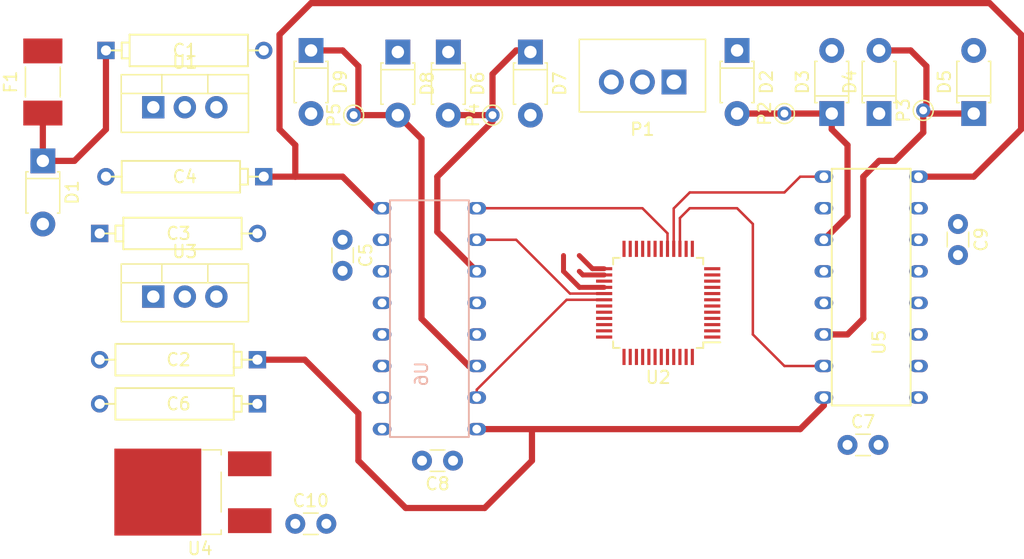
<source format=kicad_pcb>
(kicad_pcb (version 4) (host pcbnew 4.0.5)

  (general
    (links 71)
    (no_connects 48)
    (area 35.695 56.599999 118.660002 102.235)
    (thickness 1.6)
    (drawings 0)
    (tracks 94)
    (zones 0)
    (modules 31)
    (nets 60)
  )

  (page A4)
  (layers
    (0 F.Cu signal)
    (31 B.Cu signal)
    (32 B.Adhes user)
    (33 F.Adhes user)
    (34 B.Paste user)
    (35 F.Paste user)
    (36 B.SilkS user)
    (37 F.SilkS user)
    (38 B.Mask user)
    (39 F.Mask user)
    (40 Dwgs.User user)
    (41 Cmts.User user)
    (42 Eco1.User user)
    (43 Eco2.User user)
    (44 Edge.Cuts user)
    (45 Margin user)
    (46 B.CrtYd user)
    (47 F.CrtYd user)
    (48 B.Fab user)
    (49 F.Fab user)
  )

  (setup
    (last_trace_width 0.4)
    (user_trace_width 0.4)
    (trace_clearance 0.3)
    (zone_clearance 0.508)
    (zone_45_only no)
    (trace_min 0.2)
    (segment_width 0.2)
    (edge_width 0.15)
    (via_size 1)
    (via_drill 0.7)
    (via_min_size 0.4)
    (via_min_drill 0.3)
    (uvia_size 0.5)
    (uvia_drill 0.25)
    (uvias_allowed no)
    (uvia_min_size 0.2)
    (uvia_min_drill 0.1)
    (pcb_text_width 0.3)
    (pcb_text_size 1.5 1.5)
    (mod_edge_width 0.15)
    (mod_text_size 1 1)
    (mod_text_width 0.15)
    (pad_size 1.524 1.524)
    (pad_drill 0.762)
    (pad_to_mask_clearance 0.2)
    (aux_axis_origin 0 0)
    (visible_elements FFFFFF7F)
    (pcbplotparams
      (layerselection 0x00030_80000001)
      (usegerberextensions false)
      (excludeedgelayer true)
      (linewidth 0.100000)
      (plotframeref false)
      (viasonmask false)
      (mode 1)
      (useauxorigin false)
      (hpglpennumber 1)
      (hpglpenspeed 20)
      (hpglpendiameter 15)
      (hpglpenoverlay 2)
      (psnegative false)
      (psa4output false)
      (plotreference true)
      (plotvalue true)
      (plotinvisibletext false)
      (padsonsilk false)
      (subtractmaskfromsilk false)
      (outputformat 1)
      (mirror false)
      (drillshape 1)
      (scaleselection 1)
      (outputdirectory ""))
  )

  (net 0 "")
  (net 1 "Net-(C1-Pad1)")
  (net 2 GND)
  (net 3 /12V)
  (net 4 /5V)
  (net 5 /3.3V)
  (net 6 "Net-(D2-Pad2)")
  (net 7 "Net-(D4-Pad2)")
  (net 8 "Net-(D6-Pad2)")
  (net 9 "Net-(D8-Pad2)")
  (net 10 +24V)
  (net 11 "Net-(P1-Pad2)")
  (net 12 "Net-(P1-Pad3)")
  (net 13 "Net-(U2-Pad2)")
  (net 14 "Net-(U2-Pad3)")
  (net 15 "Net-(U2-Pad4)")
  (net 16 "Net-(U2-Pad5)")
  (net 17 "Net-(U2-Pad6)")
  (net 18 "Net-(U2-Pad7)")
  (net 19 "Net-(U2-Pad10)")
  (net 20 "Net-(U2-Pad11)")
  (net 21 "Net-(U2-Pad14)")
  (net 22 "Net-(U2-Pad15)")
  (net 23 "Net-(U2-Pad16)")
  (net 24 "Net-(U2-Pad17)")
  (net 25 "Net-(U2-Pad18)")
  (net 26 "Net-(U2-Pad19)")
  (net 27 "Net-(U2-Pad20)")
  (net 28 "Net-(U2-Pad21)")
  (net 29 "Net-(U2-Pad22)")
  (net 30 "Net-(U2-Pad25)")
  (net 31 "Net-(U2-Pad26)")
  (net 32 "Net-(U2-Pad27)")
  (net 33 "Net-(U2-Pad28)")
  (net 34 "Net-(U2-Pad29)")
  (net 35 "Net-(U2-Pad30)")
  (net 36 "Net-(U2-Pad31)")
  (net 37 "Net-(U2-Pad32)")
  (net 38 "Net-(U2-Pad33)")
  (net 39 "Net-(U2-Pad34)")
  (net 40 "Net-(U2-Pad35)")
  (net 41 "Net-(U2-Pad36)")
  (net 42 "Net-(U2-Pad37)")
  (net 43 "Net-(U2-Pad38)")
  (net 44 "Net-(U2-Pad39)")
  (net 45 "Net-(U2-Pad40)")
  (net 46 "Net-(U2-Pad41)")
  (net 47 "Net-(U2-Pad42)")
  (net 48 "Net-(U2-Pad43)")
  (net 49 "Net-(U2-Pad44)")
  (net 50 "Net-(U2-Pad45)")
  (net 51 "Net-(U2-Pad46)")
  (net 52 "Net-(U5-Pad10)")
  (net 53 "Net-(U5-Pad11)")
  (net 54 "Net-(U5-Pad14)")
  (net 55 "Net-(U5-Pad15)")
  (net 56 "Net-(U6-Pad10)")
  (net 57 "Net-(U6-Pad11)")
  (net 58 "Net-(U6-Pad14)")
  (net 59 "Net-(U6-Pad15)")

  (net_class Default "To jest domyślna klasa połączeń."
    (clearance 0.3)
    (trace_width 0.5)
    (via_dia 1)
    (via_drill 0.7)
    (uvia_dia 0.5)
    (uvia_drill 0.25)
    (add_net +24V)
    (add_net /12V)
    (add_net /3.3V)
    (add_net /5V)
    (add_net GND)
    (add_net "Net-(C1-Pad1)")
    (add_net "Net-(D2-Pad2)")
    (add_net "Net-(D4-Pad2)")
    (add_net "Net-(D6-Pad2)")
    (add_net "Net-(D8-Pad2)")
    (add_net "Net-(P1-Pad2)")
    (add_net "Net-(P1-Pad3)")
    (add_net "Net-(U5-Pad10)")
    (add_net "Net-(U5-Pad11)")
    (add_net "Net-(U5-Pad14)")
    (add_net "Net-(U5-Pad15)")
    (add_net "Net-(U6-Pad10)")
    (add_net "Net-(U6-Pad11)")
    (add_net "Net-(U6-Pad14)")
    (add_net "Net-(U6-Pad15)")
  )

  (net_class stm ""
    (clearance 0.05)
    (trace_width 0.2)
    (via_dia 1)
    (via_drill 0.7)
    (uvia_dia 0.5)
    (uvia_drill 0.25)
    (add_net "Net-(U2-Pad10)")
    (add_net "Net-(U2-Pad11)")
    (add_net "Net-(U2-Pad14)")
    (add_net "Net-(U2-Pad15)")
    (add_net "Net-(U2-Pad16)")
    (add_net "Net-(U2-Pad17)")
    (add_net "Net-(U2-Pad18)")
    (add_net "Net-(U2-Pad19)")
    (add_net "Net-(U2-Pad2)")
    (add_net "Net-(U2-Pad20)")
    (add_net "Net-(U2-Pad21)")
    (add_net "Net-(U2-Pad22)")
    (add_net "Net-(U2-Pad25)")
    (add_net "Net-(U2-Pad26)")
    (add_net "Net-(U2-Pad27)")
    (add_net "Net-(U2-Pad28)")
    (add_net "Net-(U2-Pad29)")
    (add_net "Net-(U2-Pad3)")
    (add_net "Net-(U2-Pad30)")
    (add_net "Net-(U2-Pad31)")
    (add_net "Net-(U2-Pad32)")
    (add_net "Net-(U2-Pad33)")
    (add_net "Net-(U2-Pad34)")
    (add_net "Net-(U2-Pad35)")
    (add_net "Net-(U2-Pad36)")
    (add_net "Net-(U2-Pad37)")
    (add_net "Net-(U2-Pad38)")
    (add_net "Net-(U2-Pad39)")
    (add_net "Net-(U2-Pad4)")
    (add_net "Net-(U2-Pad40)")
    (add_net "Net-(U2-Pad41)")
    (add_net "Net-(U2-Pad42)")
    (add_net "Net-(U2-Pad43)")
    (add_net "Net-(U2-Pad44)")
    (add_net "Net-(U2-Pad45)")
    (add_net "Net-(U2-Pad46)")
    (add_net "Net-(U2-Pad5)")
    (add_net "Net-(U2-Pad6)")
    (add_net "Net-(U2-Pad7)")
  )

  (module Discret:CP5 (layer F.Cu) (tedit 0) (tstamp 58B7369E)
    (at 50.8 60.96)
    (descr "Condensateur polarise")
    (tags CP)
    (path /58B336BB)
    (fp_text reference C1 (at 0 0) (layer F.SilkS)
      (effects (font (size 1 1) (thickness 0.15)))
    )
    (fp_text value 0.33u (at 0 0) (layer F.Fab)
      (effects (font (size 1 1) (thickness 0.15)))
    )
    (fp_line (start -4.445 -1.27) (end -4.445 -1.27) (layer F.SilkS) (width 0.15))
    (fp_line (start -4.445 -1.27) (end -4.445 -1.27) (layer F.SilkS) (width 0.15))
    (fp_line (start -4.445 -1.27) (end -4.445 -1.27) (layer F.SilkS) (width 0.15))
    (fp_line (start -4.445 -1.27) (end 5.08 -1.27) (layer F.SilkS) (width 0.15))
    (fp_line (start 5.08 -1.27) (end 5.08 1.27) (layer F.SilkS) (width 0.15))
    (fp_line (start 5.08 1.27) (end -4.445 1.27) (layer F.SilkS) (width 0.15))
    (fp_line (start -4.445 1.27) (end -4.445 -1.27) (layer F.SilkS) (width 0.15))
    (fp_line (start -4.445 -0.635) (end -4.445 -0.635) (layer F.SilkS) (width 0.15))
    (fp_line (start -4.445 -0.635) (end -5.08 -0.635) (layer F.SilkS) (width 0.15))
    (fp_line (start -5.08 -0.635) (end -5.08 0.635) (layer F.SilkS) (width 0.15))
    (fp_line (start -5.08 0.635) (end -4.445 0.635) (layer F.SilkS) (width 0.15))
    (fp_line (start -6.35 0) (end -6.35 0) (layer F.SilkS) (width 0.15))
    (fp_line (start -6.35 0) (end -5.08 0) (layer F.SilkS) (width 0.15))
    (fp_line (start -5.08 0) (end -5.08 0) (layer F.SilkS) (width 0.15))
    (fp_line (start -5.08 0) (end -5.08 0) (layer F.SilkS) (width 0.15))
    (fp_line (start 5.08 0) (end 5.08 0) (layer F.SilkS) (width 0.15))
    (fp_line (start 5.08 0) (end 5.08 0) (layer F.SilkS) (width 0.15))
    (fp_line (start 5.08 0) (end 6.35 0) (layer F.SilkS) (width 0.15))
    (fp_line (start 6.35 0) (end 6.35 0) (layer F.SilkS) (width 0.15))
    (fp_line (start 6.35 0) (end 6.35 0) (layer F.SilkS) (width 0.15))
    (fp_line (start 6.35 0) (end 6.35 0) (layer F.SilkS) (width 0.15))
    (pad 1 thru_hole rect (at -6.35 0) (size 1.397 1.397) (drill 0.8128) (layers *.Cu *.Mask)
      (net 1 "Net-(C1-Pad1)"))
    (pad 2 thru_hole circle (at 6.35 0) (size 1.397 1.397) (drill 0.8128) (layers *.Cu *.Mask)
      (net 2 GND))
    (model Discret.3dshapes/CP5.wrl
      (at (xyz 0 0 0))
      (scale (xyz 0.5 0.5 0.5))
      (rotate (xyz 0 0 0))
    )
  )

  (module Discret:CP5 (layer F.Cu) (tedit 0) (tstamp 58B736A4)
    (at 50.292 85.852 180)
    (descr "Condensateur polarise")
    (tags CP)
    (path /58B336C1)
    (fp_text reference C2 (at 0 0 180) (layer F.SilkS)
      (effects (font (size 1 1) (thickness 0.15)))
    )
    (fp_text value 0.1u (at 0 0 180) (layer F.Fab)
      (effects (font (size 1 1) (thickness 0.15)))
    )
    (fp_line (start -4.445 -1.27) (end -4.445 -1.27) (layer F.SilkS) (width 0.15))
    (fp_line (start -4.445 -1.27) (end -4.445 -1.27) (layer F.SilkS) (width 0.15))
    (fp_line (start -4.445 -1.27) (end -4.445 -1.27) (layer F.SilkS) (width 0.15))
    (fp_line (start -4.445 -1.27) (end 5.08 -1.27) (layer F.SilkS) (width 0.15))
    (fp_line (start 5.08 -1.27) (end 5.08 1.27) (layer F.SilkS) (width 0.15))
    (fp_line (start 5.08 1.27) (end -4.445 1.27) (layer F.SilkS) (width 0.15))
    (fp_line (start -4.445 1.27) (end -4.445 -1.27) (layer F.SilkS) (width 0.15))
    (fp_line (start -4.445 -0.635) (end -4.445 -0.635) (layer F.SilkS) (width 0.15))
    (fp_line (start -4.445 -0.635) (end -5.08 -0.635) (layer F.SilkS) (width 0.15))
    (fp_line (start -5.08 -0.635) (end -5.08 0.635) (layer F.SilkS) (width 0.15))
    (fp_line (start -5.08 0.635) (end -4.445 0.635) (layer F.SilkS) (width 0.15))
    (fp_line (start -6.35 0) (end -6.35 0) (layer F.SilkS) (width 0.15))
    (fp_line (start -6.35 0) (end -5.08 0) (layer F.SilkS) (width 0.15))
    (fp_line (start -5.08 0) (end -5.08 0) (layer F.SilkS) (width 0.15))
    (fp_line (start -5.08 0) (end -5.08 0) (layer F.SilkS) (width 0.15))
    (fp_line (start 5.08 0) (end 5.08 0) (layer F.SilkS) (width 0.15))
    (fp_line (start 5.08 0) (end 5.08 0) (layer F.SilkS) (width 0.15))
    (fp_line (start 5.08 0) (end 6.35 0) (layer F.SilkS) (width 0.15))
    (fp_line (start 6.35 0) (end 6.35 0) (layer F.SilkS) (width 0.15))
    (fp_line (start 6.35 0) (end 6.35 0) (layer F.SilkS) (width 0.15))
    (fp_line (start 6.35 0) (end 6.35 0) (layer F.SilkS) (width 0.15))
    (pad 1 thru_hole rect (at -6.35 0 180) (size 1.397 1.397) (drill 0.8128) (layers *.Cu *.Mask)
      (net 3 /12V))
    (pad 2 thru_hole circle (at 6.35 0 180) (size 1.397 1.397) (drill 0.8128) (layers *.Cu *.Mask)
      (net 2 GND))
    (model Discret.3dshapes/CP5.wrl
      (at (xyz 0 0 0))
      (scale (xyz 0.5 0.5 0.5))
      (rotate (xyz 0 0 0))
    )
  )

  (module Discret:CP5 (layer F.Cu) (tedit 0) (tstamp 58B736AA)
    (at 50.292 75.692)
    (descr "Condensateur polarise")
    (tags CP)
    (path /58B329AE)
    (fp_text reference C3 (at 0 0) (layer F.SilkS)
      (effects (font (size 1 1) (thickness 0.15)))
    )
    (fp_text value 0.33u (at 0 0) (layer F.Fab)
      (effects (font (size 1 1) (thickness 0.15)))
    )
    (fp_line (start -4.445 -1.27) (end -4.445 -1.27) (layer F.SilkS) (width 0.15))
    (fp_line (start -4.445 -1.27) (end -4.445 -1.27) (layer F.SilkS) (width 0.15))
    (fp_line (start -4.445 -1.27) (end -4.445 -1.27) (layer F.SilkS) (width 0.15))
    (fp_line (start -4.445 -1.27) (end 5.08 -1.27) (layer F.SilkS) (width 0.15))
    (fp_line (start 5.08 -1.27) (end 5.08 1.27) (layer F.SilkS) (width 0.15))
    (fp_line (start 5.08 1.27) (end -4.445 1.27) (layer F.SilkS) (width 0.15))
    (fp_line (start -4.445 1.27) (end -4.445 -1.27) (layer F.SilkS) (width 0.15))
    (fp_line (start -4.445 -0.635) (end -4.445 -0.635) (layer F.SilkS) (width 0.15))
    (fp_line (start -4.445 -0.635) (end -5.08 -0.635) (layer F.SilkS) (width 0.15))
    (fp_line (start -5.08 -0.635) (end -5.08 0.635) (layer F.SilkS) (width 0.15))
    (fp_line (start -5.08 0.635) (end -4.445 0.635) (layer F.SilkS) (width 0.15))
    (fp_line (start -6.35 0) (end -6.35 0) (layer F.SilkS) (width 0.15))
    (fp_line (start -6.35 0) (end -5.08 0) (layer F.SilkS) (width 0.15))
    (fp_line (start -5.08 0) (end -5.08 0) (layer F.SilkS) (width 0.15))
    (fp_line (start -5.08 0) (end -5.08 0) (layer F.SilkS) (width 0.15))
    (fp_line (start 5.08 0) (end 5.08 0) (layer F.SilkS) (width 0.15))
    (fp_line (start 5.08 0) (end 5.08 0) (layer F.SilkS) (width 0.15))
    (fp_line (start 5.08 0) (end 6.35 0) (layer F.SilkS) (width 0.15))
    (fp_line (start 6.35 0) (end 6.35 0) (layer F.SilkS) (width 0.15))
    (fp_line (start 6.35 0) (end 6.35 0) (layer F.SilkS) (width 0.15))
    (fp_line (start 6.35 0) (end 6.35 0) (layer F.SilkS) (width 0.15))
    (pad 1 thru_hole rect (at -6.35 0) (size 1.397 1.397) (drill 0.8128) (layers *.Cu *.Mask)
      (net 3 /12V))
    (pad 2 thru_hole circle (at 6.35 0) (size 1.397 1.397) (drill 0.8128) (layers *.Cu *.Mask)
      (net 2 GND))
    (model Discret.3dshapes/CP5.wrl
      (at (xyz 0 0 0))
      (scale (xyz 0.5 0.5 0.5))
      (rotate (xyz 0 0 0))
    )
  )

  (module Discret:CP5 (layer F.Cu) (tedit 0) (tstamp 58B736B0)
    (at 50.8 71.12 180)
    (descr "Condensateur polarise")
    (tags CP)
    (path /58B329DA)
    (fp_text reference C4 (at 0 0 180) (layer F.SilkS)
      (effects (font (size 1 1) (thickness 0.15)))
    )
    (fp_text value 0.1u (at 0 0 180) (layer F.Fab)
      (effects (font (size 1 1) (thickness 0.15)))
    )
    (fp_line (start -4.445 -1.27) (end -4.445 -1.27) (layer F.SilkS) (width 0.15))
    (fp_line (start -4.445 -1.27) (end -4.445 -1.27) (layer F.SilkS) (width 0.15))
    (fp_line (start -4.445 -1.27) (end -4.445 -1.27) (layer F.SilkS) (width 0.15))
    (fp_line (start -4.445 -1.27) (end 5.08 -1.27) (layer F.SilkS) (width 0.15))
    (fp_line (start 5.08 -1.27) (end 5.08 1.27) (layer F.SilkS) (width 0.15))
    (fp_line (start 5.08 1.27) (end -4.445 1.27) (layer F.SilkS) (width 0.15))
    (fp_line (start -4.445 1.27) (end -4.445 -1.27) (layer F.SilkS) (width 0.15))
    (fp_line (start -4.445 -0.635) (end -4.445 -0.635) (layer F.SilkS) (width 0.15))
    (fp_line (start -4.445 -0.635) (end -5.08 -0.635) (layer F.SilkS) (width 0.15))
    (fp_line (start -5.08 -0.635) (end -5.08 0.635) (layer F.SilkS) (width 0.15))
    (fp_line (start -5.08 0.635) (end -4.445 0.635) (layer F.SilkS) (width 0.15))
    (fp_line (start -6.35 0) (end -6.35 0) (layer F.SilkS) (width 0.15))
    (fp_line (start -6.35 0) (end -5.08 0) (layer F.SilkS) (width 0.15))
    (fp_line (start -5.08 0) (end -5.08 0) (layer F.SilkS) (width 0.15))
    (fp_line (start -5.08 0) (end -5.08 0) (layer F.SilkS) (width 0.15))
    (fp_line (start 5.08 0) (end 5.08 0) (layer F.SilkS) (width 0.15))
    (fp_line (start 5.08 0) (end 5.08 0) (layer F.SilkS) (width 0.15))
    (fp_line (start 5.08 0) (end 6.35 0) (layer F.SilkS) (width 0.15))
    (fp_line (start 6.35 0) (end 6.35 0) (layer F.SilkS) (width 0.15))
    (fp_line (start 6.35 0) (end 6.35 0) (layer F.SilkS) (width 0.15))
    (fp_line (start 6.35 0) (end 6.35 0) (layer F.SilkS) (width 0.15))
    (pad 1 thru_hole rect (at -6.35 0 180) (size 1.397 1.397) (drill 0.8128) (layers *.Cu *.Mask)
      (net 4 /5V))
    (pad 2 thru_hole circle (at 6.35 0 180) (size 1.397 1.397) (drill 0.8128) (layers *.Cu *.Mask)
      (net 2 GND))
    (model Discret.3dshapes/CP5.wrl
      (at (xyz 0 0 0))
      (scale (xyz 0.5 0.5 0.5))
      (rotate (xyz 0 0 0))
    )
  )

  (module Capacitors_THT:C_Disc_D3.0mm_W1.6mm_P2.50mm (layer F.Cu) (tedit 58765D06) (tstamp 58B736B6)
    (at 63.5 76.2 270)
    (descr "C, Disc series, Radial, pin pitch=2.50mm, , diameter*width=3.0*1.6mm^2, Capacitor, http://www.vishay.com/docs/45233/krseries.pdf")
    (tags "C Disc series Radial pin pitch 2.50mm  diameter 3.0mm width 1.6mm Capacitor")
    (path /58B328B8)
    (fp_text reference C5 (at 1.25 -1.86 270) (layer F.SilkS)
      (effects (font (size 1 1) (thickness 0.15)))
    )
    (fp_text value 0.1u (at 1.25 1.86 270) (layer F.Fab)
      (effects (font (size 1 1) (thickness 0.15)))
    )
    (fp_line (start -0.25 -0.8) (end -0.25 0.8) (layer F.Fab) (width 0.1))
    (fp_line (start -0.25 0.8) (end 2.75 0.8) (layer F.Fab) (width 0.1))
    (fp_line (start 2.75 0.8) (end 2.75 -0.8) (layer F.Fab) (width 0.1))
    (fp_line (start 2.75 -0.8) (end -0.25 -0.8) (layer F.Fab) (width 0.1))
    (fp_line (start 0.663 -0.861) (end 1.837 -0.861) (layer F.SilkS) (width 0.12))
    (fp_line (start 0.663 0.861) (end 1.837 0.861) (layer F.SilkS) (width 0.12))
    (fp_line (start -1.05 -1.15) (end -1.05 1.15) (layer F.CrtYd) (width 0.05))
    (fp_line (start -1.05 1.15) (end 3.55 1.15) (layer F.CrtYd) (width 0.05))
    (fp_line (start 3.55 1.15) (end 3.55 -1.15) (layer F.CrtYd) (width 0.05))
    (fp_line (start 3.55 -1.15) (end -1.05 -1.15) (layer F.CrtYd) (width 0.05))
    (pad 1 thru_hole circle (at 0 0 270) (size 1.6 1.6) (drill 0.8) (layers *.Cu *.Mask)
      (net 4 /5V))
    (pad 2 thru_hole circle (at 2.5 0 270) (size 1.6 1.6) (drill 0.8) (layers *.Cu *.Mask)
      (net 2 GND))
    (model Capacitors_THT.3dshapes/C_Disc_D3.0mm_W1.6mm_P2.50mm.wrl
      (at (xyz 0 0 0))
      (scale (xyz 0.393701 0.393701 0.393701))
      (rotate (xyz 0 0 0))
    )
  )

  (module Discret:CP5 (layer F.Cu) (tedit 0) (tstamp 58B736BC)
    (at 50.292 89.408 180)
    (descr "Condensateur polarise")
    (tags CP)
    (path /58B328D9)
    (fp_text reference C6 (at 0 0 180) (layer F.SilkS)
      (effects (font (size 1 1) (thickness 0.15)))
    )
    (fp_text value 2.2u (at 0 0 180) (layer F.Fab)
      (effects (font (size 1 1) (thickness 0.15)))
    )
    (fp_line (start -4.445 -1.27) (end -4.445 -1.27) (layer F.SilkS) (width 0.15))
    (fp_line (start -4.445 -1.27) (end -4.445 -1.27) (layer F.SilkS) (width 0.15))
    (fp_line (start -4.445 -1.27) (end -4.445 -1.27) (layer F.SilkS) (width 0.15))
    (fp_line (start -4.445 -1.27) (end 5.08 -1.27) (layer F.SilkS) (width 0.15))
    (fp_line (start 5.08 -1.27) (end 5.08 1.27) (layer F.SilkS) (width 0.15))
    (fp_line (start 5.08 1.27) (end -4.445 1.27) (layer F.SilkS) (width 0.15))
    (fp_line (start -4.445 1.27) (end -4.445 -1.27) (layer F.SilkS) (width 0.15))
    (fp_line (start -4.445 -0.635) (end -4.445 -0.635) (layer F.SilkS) (width 0.15))
    (fp_line (start -4.445 -0.635) (end -5.08 -0.635) (layer F.SilkS) (width 0.15))
    (fp_line (start -5.08 -0.635) (end -5.08 0.635) (layer F.SilkS) (width 0.15))
    (fp_line (start -5.08 0.635) (end -4.445 0.635) (layer F.SilkS) (width 0.15))
    (fp_line (start -6.35 0) (end -6.35 0) (layer F.SilkS) (width 0.15))
    (fp_line (start -6.35 0) (end -5.08 0) (layer F.SilkS) (width 0.15))
    (fp_line (start -5.08 0) (end -5.08 0) (layer F.SilkS) (width 0.15))
    (fp_line (start -5.08 0) (end -5.08 0) (layer F.SilkS) (width 0.15))
    (fp_line (start 5.08 0) (end 5.08 0) (layer F.SilkS) (width 0.15))
    (fp_line (start 5.08 0) (end 5.08 0) (layer F.SilkS) (width 0.15))
    (fp_line (start 5.08 0) (end 6.35 0) (layer F.SilkS) (width 0.15))
    (fp_line (start 6.35 0) (end 6.35 0) (layer F.SilkS) (width 0.15))
    (fp_line (start 6.35 0) (end 6.35 0) (layer F.SilkS) (width 0.15))
    (fp_line (start 6.35 0) (end 6.35 0) (layer F.SilkS) (width 0.15))
    (pad 1 thru_hole rect (at -6.35 0 180) (size 1.397 1.397) (drill 0.8128) (layers *.Cu *.Mask)
      (net 5 /3.3V))
    (pad 2 thru_hole circle (at 6.35 0 180) (size 1.397 1.397) (drill 0.8128) (layers *.Cu *.Mask)
      (net 2 GND))
    (model Discret.3dshapes/CP5.wrl
      (at (xyz 0 0 0))
      (scale (xyz 0.5 0.5 0.5))
      (rotate (xyz 0 0 0))
    )
  )

  (module Capacitors_THT:C_Disc_D3.0mm_W1.6mm_P2.50mm (layer F.Cu) (tedit 58765D06) (tstamp 58B736C2)
    (at 104.14 92.71)
    (descr "C, Disc series, Radial, pin pitch=2.50mm, , diameter*width=3.0*1.6mm^2, Capacitor, http://www.vishay.com/docs/45233/krseries.pdf")
    (tags "C Disc series Radial pin pitch 2.50mm  diameter 3.0mm width 1.6mm Capacitor")
    (path /58B6BBED)
    (fp_text reference C7 (at 1.25 -1.86) (layer F.SilkS)
      (effects (font (size 1 1) (thickness 0.15)))
    )
    (fp_text value 100n (at 1.25 1.86) (layer F.Fab)
      (effects (font (size 1 1) (thickness 0.15)))
    )
    (fp_line (start -0.25 -0.8) (end -0.25 0.8) (layer F.Fab) (width 0.1))
    (fp_line (start -0.25 0.8) (end 2.75 0.8) (layer F.Fab) (width 0.1))
    (fp_line (start 2.75 0.8) (end 2.75 -0.8) (layer F.Fab) (width 0.1))
    (fp_line (start 2.75 -0.8) (end -0.25 -0.8) (layer F.Fab) (width 0.1))
    (fp_line (start 0.663 -0.861) (end 1.837 -0.861) (layer F.SilkS) (width 0.12))
    (fp_line (start 0.663 0.861) (end 1.837 0.861) (layer F.SilkS) (width 0.12))
    (fp_line (start -1.05 -1.15) (end -1.05 1.15) (layer F.CrtYd) (width 0.05))
    (fp_line (start -1.05 1.15) (end 3.55 1.15) (layer F.CrtYd) (width 0.05))
    (fp_line (start 3.55 1.15) (end 3.55 -1.15) (layer F.CrtYd) (width 0.05))
    (fp_line (start 3.55 -1.15) (end -1.05 -1.15) (layer F.CrtYd) (width 0.05))
    (pad 1 thru_hole circle (at 0 0) (size 1.6 1.6) (drill 0.8) (layers *.Cu *.Mask)
      (net 3 /12V))
    (pad 2 thru_hole circle (at 2.5 0) (size 1.6 1.6) (drill 0.8) (layers *.Cu *.Mask)
      (net 2 GND))
    (model Capacitors_THT.3dshapes/C_Disc_D3.0mm_W1.6mm_P2.50mm.wrl
      (at (xyz 0 0 0))
      (scale (xyz 0.393701 0.393701 0.393701))
      (rotate (xyz 0 0 0))
    )
  )

  (module Capacitors_THT:C_Disc_D3.0mm_W1.6mm_P2.50mm (layer F.Cu) (tedit 58765D06) (tstamp 58B736C8)
    (at 72.39 93.98 180)
    (descr "C, Disc series, Radial, pin pitch=2.50mm, , diameter*width=3.0*1.6mm^2, Capacitor, http://www.vishay.com/docs/45233/krseries.pdf")
    (tags "C Disc series Radial pin pitch 2.50mm  diameter 3.0mm width 1.6mm Capacitor")
    (path /58B759FC)
    (fp_text reference C8 (at 1.25 -1.86 180) (layer F.SilkS)
      (effects (font (size 1 1) (thickness 0.15)))
    )
    (fp_text value 100n (at 1.25 1.86 180) (layer F.Fab)
      (effects (font (size 1 1) (thickness 0.15)))
    )
    (fp_line (start -0.25 -0.8) (end -0.25 0.8) (layer F.Fab) (width 0.1))
    (fp_line (start -0.25 0.8) (end 2.75 0.8) (layer F.Fab) (width 0.1))
    (fp_line (start 2.75 0.8) (end 2.75 -0.8) (layer F.Fab) (width 0.1))
    (fp_line (start 2.75 -0.8) (end -0.25 -0.8) (layer F.Fab) (width 0.1))
    (fp_line (start 0.663 -0.861) (end 1.837 -0.861) (layer F.SilkS) (width 0.12))
    (fp_line (start 0.663 0.861) (end 1.837 0.861) (layer F.SilkS) (width 0.12))
    (fp_line (start -1.05 -1.15) (end -1.05 1.15) (layer F.CrtYd) (width 0.05))
    (fp_line (start -1.05 1.15) (end 3.55 1.15) (layer F.CrtYd) (width 0.05))
    (fp_line (start 3.55 1.15) (end 3.55 -1.15) (layer F.CrtYd) (width 0.05))
    (fp_line (start 3.55 -1.15) (end -1.05 -1.15) (layer F.CrtYd) (width 0.05))
    (pad 1 thru_hole circle (at 0 0 180) (size 1.6 1.6) (drill 0.8) (layers *.Cu *.Mask)
      (net 3 /12V))
    (pad 2 thru_hole circle (at 2.5 0 180) (size 1.6 1.6) (drill 0.8) (layers *.Cu *.Mask)
      (net 2 GND))
    (model Capacitors_THT.3dshapes/C_Disc_D3.0mm_W1.6mm_P2.50mm.wrl
      (at (xyz 0 0 0))
      (scale (xyz 0.393701 0.393701 0.393701))
      (rotate (xyz 0 0 0))
    )
  )

  (module Capacitors_THT:C_Disc_D3.0mm_W1.6mm_P2.50mm (layer F.Cu) (tedit 58765D06) (tstamp 58B736CE)
    (at 113.03 74.93 270)
    (descr "C, Disc series, Radial, pin pitch=2.50mm, , diameter*width=3.0*1.6mm^2, Capacitor, http://www.vishay.com/docs/45233/krseries.pdf")
    (tags "C Disc series Radial pin pitch 2.50mm  diameter 3.0mm width 1.6mm Capacitor")
    (path /58B6BCF6)
    (fp_text reference C9 (at 1.25 -1.86 270) (layer F.SilkS)
      (effects (font (size 1 1) (thickness 0.15)))
    )
    (fp_text value 100n (at 1.25 1.86 270) (layer F.Fab)
      (effects (font (size 1 1) (thickness 0.15)))
    )
    (fp_line (start -0.25 -0.8) (end -0.25 0.8) (layer F.Fab) (width 0.1))
    (fp_line (start -0.25 0.8) (end 2.75 0.8) (layer F.Fab) (width 0.1))
    (fp_line (start 2.75 0.8) (end 2.75 -0.8) (layer F.Fab) (width 0.1))
    (fp_line (start 2.75 -0.8) (end -0.25 -0.8) (layer F.Fab) (width 0.1))
    (fp_line (start 0.663 -0.861) (end 1.837 -0.861) (layer F.SilkS) (width 0.12))
    (fp_line (start 0.663 0.861) (end 1.837 0.861) (layer F.SilkS) (width 0.12))
    (fp_line (start -1.05 -1.15) (end -1.05 1.15) (layer F.CrtYd) (width 0.05))
    (fp_line (start -1.05 1.15) (end 3.55 1.15) (layer F.CrtYd) (width 0.05))
    (fp_line (start 3.55 1.15) (end 3.55 -1.15) (layer F.CrtYd) (width 0.05))
    (fp_line (start 3.55 -1.15) (end -1.05 -1.15) (layer F.CrtYd) (width 0.05))
    (pad 1 thru_hole circle (at 0 0 270) (size 1.6 1.6) (drill 0.8) (layers *.Cu *.Mask)
      (net 4 /5V))
    (pad 2 thru_hole circle (at 2.5 0 270) (size 1.6 1.6) (drill 0.8) (layers *.Cu *.Mask)
      (net 2 GND))
    (model Capacitors_THT.3dshapes/C_Disc_D3.0mm_W1.6mm_P2.50mm.wrl
      (at (xyz 0 0 0))
      (scale (xyz 0.393701 0.393701 0.393701))
      (rotate (xyz 0 0 0))
    )
  )

  (module Capacitors_THT:C_Disc_D3.0mm_W1.6mm_P2.50mm (layer F.Cu) (tedit 58765D06) (tstamp 58B736D4)
    (at 59.69 99.06)
    (descr "C, Disc series, Radial, pin pitch=2.50mm, , diameter*width=3.0*1.6mm^2, Capacitor, http://www.vishay.com/docs/45233/krseries.pdf")
    (tags "C Disc series Radial pin pitch 2.50mm  diameter 3.0mm width 1.6mm Capacitor")
    (path /58B75A02)
    (fp_text reference C10 (at 1.25 -1.86) (layer F.SilkS)
      (effects (font (size 1 1) (thickness 0.15)))
    )
    (fp_text value 100n (at 1.25 1.86) (layer F.Fab)
      (effects (font (size 1 1) (thickness 0.15)))
    )
    (fp_line (start -0.25 -0.8) (end -0.25 0.8) (layer F.Fab) (width 0.1))
    (fp_line (start -0.25 0.8) (end 2.75 0.8) (layer F.Fab) (width 0.1))
    (fp_line (start 2.75 0.8) (end 2.75 -0.8) (layer F.Fab) (width 0.1))
    (fp_line (start 2.75 -0.8) (end -0.25 -0.8) (layer F.Fab) (width 0.1))
    (fp_line (start 0.663 -0.861) (end 1.837 -0.861) (layer F.SilkS) (width 0.12))
    (fp_line (start 0.663 0.861) (end 1.837 0.861) (layer F.SilkS) (width 0.12))
    (fp_line (start -1.05 -1.15) (end -1.05 1.15) (layer F.CrtYd) (width 0.05))
    (fp_line (start -1.05 1.15) (end 3.55 1.15) (layer F.CrtYd) (width 0.05))
    (fp_line (start 3.55 1.15) (end 3.55 -1.15) (layer F.CrtYd) (width 0.05))
    (fp_line (start 3.55 -1.15) (end -1.05 -1.15) (layer F.CrtYd) (width 0.05))
    (pad 1 thru_hole circle (at 0 0) (size 1.6 1.6) (drill 0.8) (layers *.Cu *.Mask)
      (net 4 /5V))
    (pad 2 thru_hole circle (at 2.5 0) (size 1.6 1.6) (drill 0.8) (layers *.Cu *.Mask)
      (net 2 GND))
    (model Capacitors_THT.3dshapes/C_Disc_D3.0mm_W1.6mm_P2.50mm.wrl
      (at (xyz 0 0 0))
      (scale (xyz 0.393701 0.393701 0.393701))
      (rotate (xyz 0 0 0))
    )
  )

  (module Diodes_THT:D_T-1_P5.08mm_Horizontal (layer F.Cu) (tedit 58B745C8) (tstamp 58B736DA)
    (at 39.37 69.85 270)
    (descr "D, T-1 series, Axial, Horizontal, pin pitch=5.08mm, , length*diameter=3.2*2.6mm^2, , http://www.diodes.com/_files/packages/T-1.pdf")
    (tags "D T-1 series Axial Horizontal pin pitch 5.08mm  length 3.2mm diameter 2.6mm")
    (path /58B6B60D)
    (fp_text reference D1 (at 2.54 -2.36 270) (layer F.SilkS)
      (effects (font (size 1 1) (thickness 0.15)))
    )
    (fp_text value D_Zener (at 2.54 2.36 450) (layer F.Fab)
      (effects (font (size 1 1) (thickness 0.15)))
    )
    (fp_line (start 0.94 -1.3) (end 0.94 1.3) (layer F.Fab) (width 0.1))
    (fp_line (start 0.94 1.3) (end 4.14 1.3) (layer F.Fab) (width 0.1))
    (fp_line (start 4.14 1.3) (end 4.14 -1.3) (layer F.Fab) (width 0.1))
    (fp_line (start 4.14 -1.3) (end 0.94 -1.3) (layer F.Fab) (width 0.1))
    (fp_line (start 0 0) (end 0.94 0) (layer F.Fab) (width 0.1))
    (fp_line (start 5.08 0) (end 4.14 0) (layer F.Fab) (width 0.1))
    (fp_line (start 1.42 -1.3) (end 1.42 1.3) (layer F.Fab) (width 0.1))
    (fp_line (start 0.88 -1.18) (end 0.88 -1.36) (layer F.SilkS) (width 0.12))
    (fp_line (start 0.88 -1.36) (end 4.2 -1.36) (layer F.SilkS) (width 0.12))
    (fp_line (start 4.2 -1.36) (end 4.2 -1.18) (layer F.SilkS) (width 0.12))
    (fp_line (start 0.88 1.18) (end 0.88 1.36) (layer F.SilkS) (width 0.12))
    (fp_line (start 0.88 1.36) (end 4.2 1.36) (layer F.SilkS) (width 0.12))
    (fp_line (start 4.2 1.36) (end 4.2 1.18) (layer F.SilkS) (width 0.12))
    (fp_line (start 1.42 -1.36) (end 1.42 1.36) (layer F.SilkS) (width 0.12))
    (fp_line (start -1.25 -1.65) (end -1.25 1.65) (layer F.CrtYd) (width 0.05))
    (fp_line (start -1.25 1.65) (end 6.35 1.65) (layer F.CrtYd) (width 0.05))
    (fp_line (start 6.35 1.65) (end 6.35 -1.65) (layer F.CrtYd) (width 0.05))
    (fp_line (start 6.35 -1.65) (end -1.25 -1.65) (layer F.CrtYd) (width 0.05))
    (pad 1 thru_hole rect (at 0 0 270) (size 2 2) (drill 1) (layers *.Cu *.Mask)
      (net 1 "Net-(C1-Pad1)"))
    (pad 2 thru_hole oval (at 5.08 0 270) (size 2 2) (drill 1) (layers *.Cu *.Mask)
      (net 2 GND))
    (model Diodes_THT.3dshapes/D_T-1_P5.08mm_Horizontal.wrl
      (at (xyz 0 0 0))
      (scale (xyz 0.393701 0.393701 0.393701))
      (rotate (xyz 0 0 0))
    )
  )

  (module Diodes_THT:D_T-1_P5.08mm_Horizontal (layer F.Cu) (tedit 5877C982) (tstamp 58B736E0)
    (at 95.25 60.96 270)
    (descr "D, T-1 series, Axial, Horizontal, pin pitch=5.08mm, , length*diameter=3.2*2.6mm^2, , http://www.diodes.com/_files/packages/T-1.pdf")
    (tags "D T-1 series Axial Horizontal pin pitch 5.08mm  length 3.2mm diameter 2.6mm")
    (path /58B75A2C)
    (fp_text reference D2 (at 2.54 -2.36 270) (layer F.SilkS)
      (effects (font (size 1 1) (thickness 0.15)))
    )
    (fp_text value D (at 2.54 2.36 270) (layer F.Fab)
      (effects (font (size 1 1) (thickness 0.15)))
    )
    (fp_line (start 0.94 -1.3) (end 0.94 1.3) (layer F.Fab) (width 0.1))
    (fp_line (start 0.94 1.3) (end 4.14 1.3) (layer F.Fab) (width 0.1))
    (fp_line (start 4.14 1.3) (end 4.14 -1.3) (layer F.Fab) (width 0.1))
    (fp_line (start 4.14 -1.3) (end 0.94 -1.3) (layer F.Fab) (width 0.1))
    (fp_line (start 0 0) (end 0.94 0) (layer F.Fab) (width 0.1))
    (fp_line (start 5.08 0) (end 4.14 0) (layer F.Fab) (width 0.1))
    (fp_line (start 1.42 -1.3) (end 1.42 1.3) (layer F.Fab) (width 0.1))
    (fp_line (start 0.88 -1.18) (end 0.88 -1.36) (layer F.SilkS) (width 0.12))
    (fp_line (start 0.88 -1.36) (end 4.2 -1.36) (layer F.SilkS) (width 0.12))
    (fp_line (start 4.2 -1.36) (end 4.2 -1.18) (layer F.SilkS) (width 0.12))
    (fp_line (start 0.88 1.18) (end 0.88 1.36) (layer F.SilkS) (width 0.12))
    (fp_line (start 0.88 1.36) (end 4.2 1.36) (layer F.SilkS) (width 0.12))
    (fp_line (start 4.2 1.36) (end 4.2 1.18) (layer F.SilkS) (width 0.12))
    (fp_line (start 1.42 -1.36) (end 1.42 1.36) (layer F.SilkS) (width 0.12))
    (fp_line (start -1.25 -1.65) (end -1.25 1.65) (layer F.CrtYd) (width 0.05))
    (fp_line (start -1.25 1.65) (end 6.35 1.65) (layer F.CrtYd) (width 0.05))
    (fp_line (start 6.35 1.65) (end 6.35 -1.65) (layer F.CrtYd) (width 0.05))
    (fp_line (start 6.35 -1.65) (end -1.25 -1.65) (layer F.CrtYd) (width 0.05))
    (pad 1 thru_hole rect (at 0 0 270) (size 2 2) (drill 1) (layers *.Cu *.Mask)
      (net 3 /12V))
    (pad 2 thru_hole oval (at 5.08 0 270) (size 2 2) (drill 1) (layers *.Cu *.Mask)
      (net 6 "Net-(D2-Pad2)"))
    (model Diodes_THT.3dshapes/D_T-1_P5.08mm_Horizontal.wrl
      (at (xyz 0 0 0))
      (scale (xyz 0.393701 0.393701 0.393701))
      (rotate (xyz 0 0 0))
    )
  )

  (module Diodes_THT:D_T-1_P5.08mm_Horizontal (layer F.Cu) (tedit 5877C982) (tstamp 58B736E6)
    (at 102.87 66.04 90)
    (descr "D, T-1 series, Axial, Horizontal, pin pitch=5.08mm, , length*diameter=3.2*2.6mm^2, , http://www.diodes.com/_files/packages/T-1.pdf")
    (tags "D T-1 series Axial Horizontal pin pitch 5.08mm  length 3.2mm diameter 2.6mm")
    (path /58B75A32)
    (fp_text reference D3 (at 2.54 -2.36 90) (layer F.SilkS)
      (effects (font (size 1 1) (thickness 0.15)))
    )
    (fp_text value D (at 2.54 2.36 90) (layer F.Fab)
      (effects (font (size 1 1) (thickness 0.15)))
    )
    (fp_line (start 0.94 -1.3) (end 0.94 1.3) (layer F.Fab) (width 0.1))
    (fp_line (start 0.94 1.3) (end 4.14 1.3) (layer F.Fab) (width 0.1))
    (fp_line (start 4.14 1.3) (end 4.14 -1.3) (layer F.Fab) (width 0.1))
    (fp_line (start 4.14 -1.3) (end 0.94 -1.3) (layer F.Fab) (width 0.1))
    (fp_line (start 0 0) (end 0.94 0) (layer F.Fab) (width 0.1))
    (fp_line (start 5.08 0) (end 4.14 0) (layer F.Fab) (width 0.1))
    (fp_line (start 1.42 -1.3) (end 1.42 1.3) (layer F.Fab) (width 0.1))
    (fp_line (start 0.88 -1.18) (end 0.88 -1.36) (layer F.SilkS) (width 0.12))
    (fp_line (start 0.88 -1.36) (end 4.2 -1.36) (layer F.SilkS) (width 0.12))
    (fp_line (start 4.2 -1.36) (end 4.2 -1.18) (layer F.SilkS) (width 0.12))
    (fp_line (start 0.88 1.18) (end 0.88 1.36) (layer F.SilkS) (width 0.12))
    (fp_line (start 0.88 1.36) (end 4.2 1.36) (layer F.SilkS) (width 0.12))
    (fp_line (start 4.2 1.36) (end 4.2 1.18) (layer F.SilkS) (width 0.12))
    (fp_line (start 1.42 -1.36) (end 1.42 1.36) (layer F.SilkS) (width 0.12))
    (fp_line (start -1.25 -1.65) (end -1.25 1.65) (layer F.CrtYd) (width 0.05))
    (fp_line (start -1.25 1.65) (end 6.35 1.65) (layer F.CrtYd) (width 0.05))
    (fp_line (start 6.35 1.65) (end 6.35 -1.65) (layer F.CrtYd) (width 0.05))
    (fp_line (start 6.35 -1.65) (end -1.25 -1.65) (layer F.CrtYd) (width 0.05))
    (pad 1 thru_hole rect (at 0 0 90) (size 2 2) (drill 1) (layers *.Cu *.Mask)
      (net 6 "Net-(D2-Pad2)"))
    (pad 2 thru_hole oval (at 5.08 0 90) (size 2 2) (drill 1) (layers *.Cu *.Mask)
      (net 2 GND))
    (model Diodes_THT.3dshapes/D_T-1_P5.08mm_Horizontal.wrl
      (at (xyz 0 0 0))
      (scale (xyz 0.393701 0.393701 0.393701))
      (rotate (xyz 0 0 0))
    )
  )

  (module Diodes_THT:D_T-1_P5.08mm_Horizontal (layer F.Cu) (tedit 5877C982) (tstamp 58B736EC)
    (at 106.68 66.04 90)
    (descr "D, T-1 series, Axial, Horizontal, pin pitch=5.08mm, , length*diameter=3.2*2.6mm^2, , http://www.diodes.com/_files/packages/T-1.pdf")
    (tags "D T-1 series Axial Horizontal pin pitch 5.08mm  length 3.2mm diameter 2.6mm")
    (path /58B75A38)
    (fp_text reference D4 (at 2.54 -2.36 90) (layer F.SilkS)
      (effects (font (size 1 1) (thickness 0.15)))
    )
    (fp_text value D (at 2.54 2.36 90) (layer F.Fab)
      (effects (font (size 1 1) (thickness 0.15)))
    )
    (fp_line (start 0.94 -1.3) (end 0.94 1.3) (layer F.Fab) (width 0.1))
    (fp_line (start 0.94 1.3) (end 4.14 1.3) (layer F.Fab) (width 0.1))
    (fp_line (start 4.14 1.3) (end 4.14 -1.3) (layer F.Fab) (width 0.1))
    (fp_line (start 4.14 -1.3) (end 0.94 -1.3) (layer F.Fab) (width 0.1))
    (fp_line (start 0 0) (end 0.94 0) (layer F.Fab) (width 0.1))
    (fp_line (start 5.08 0) (end 4.14 0) (layer F.Fab) (width 0.1))
    (fp_line (start 1.42 -1.3) (end 1.42 1.3) (layer F.Fab) (width 0.1))
    (fp_line (start 0.88 -1.18) (end 0.88 -1.36) (layer F.SilkS) (width 0.12))
    (fp_line (start 0.88 -1.36) (end 4.2 -1.36) (layer F.SilkS) (width 0.12))
    (fp_line (start 4.2 -1.36) (end 4.2 -1.18) (layer F.SilkS) (width 0.12))
    (fp_line (start 0.88 1.18) (end 0.88 1.36) (layer F.SilkS) (width 0.12))
    (fp_line (start 0.88 1.36) (end 4.2 1.36) (layer F.SilkS) (width 0.12))
    (fp_line (start 4.2 1.36) (end 4.2 1.18) (layer F.SilkS) (width 0.12))
    (fp_line (start 1.42 -1.36) (end 1.42 1.36) (layer F.SilkS) (width 0.12))
    (fp_line (start -1.25 -1.65) (end -1.25 1.65) (layer F.CrtYd) (width 0.05))
    (fp_line (start -1.25 1.65) (end 6.35 1.65) (layer F.CrtYd) (width 0.05))
    (fp_line (start 6.35 1.65) (end 6.35 -1.65) (layer F.CrtYd) (width 0.05))
    (fp_line (start 6.35 -1.65) (end -1.25 -1.65) (layer F.CrtYd) (width 0.05))
    (pad 1 thru_hole rect (at 0 0 90) (size 2 2) (drill 1) (layers *.Cu *.Mask)
      (net 3 /12V))
    (pad 2 thru_hole oval (at 5.08 0 90) (size 2 2) (drill 1) (layers *.Cu *.Mask)
      (net 7 "Net-(D4-Pad2)"))
    (model Diodes_THT.3dshapes/D_T-1_P5.08mm_Horizontal.wrl
      (at (xyz 0 0 0))
      (scale (xyz 0.393701 0.393701 0.393701))
      (rotate (xyz 0 0 0))
    )
  )

  (module Diodes_THT:D_T-1_P5.08mm_Horizontal (layer F.Cu) (tedit 5877C982) (tstamp 58B736F2)
    (at 114.3 66.04 90)
    (descr "D, T-1 series, Axial, Horizontal, pin pitch=5.08mm, , length*diameter=3.2*2.6mm^2, , http://www.diodes.com/_files/packages/T-1.pdf")
    (tags "D T-1 series Axial Horizontal pin pitch 5.08mm  length 3.2mm diameter 2.6mm")
    (path /58B75A3E)
    (fp_text reference D5 (at 2.54 -2.36 90) (layer F.SilkS)
      (effects (font (size 1 1) (thickness 0.15)))
    )
    (fp_text value D (at 2.54 2.36 90) (layer F.Fab)
      (effects (font (size 1 1) (thickness 0.15)))
    )
    (fp_line (start 0.94 -1.3) (end 0.94 1.3) (layer F.Fab) (width 0.1))
    (fp_line (start 0.94 1.3) (end 4.14 1.3) (layer F.Fab) (width 0.1))
    (fp_line (start 4.14 1.3) (end 4.14 -1.3) (layer F.Fab) (width 0.1))
    (fp_line (start 4.14 -1.3) (end 0.94 -1.3) (layer F.Fab) (width 0.1))
    (fp_line (start 0 0) (end 0.94 0) (layer F.Fab) (width 0.1))
    (fp_line (start 5.08 0) (end 4.14 0) (layer F.Fab) (width 0.1))
    (fp_line (start 1.42 -1.3) (end 1.42 1.3) (layer F.Fab) (width 0.1))
    (fp_line (start 0.88 -1.18) (end 0.88 -1.36) (layer F.SilkS) (width 0.12))
    (fp_line (start 0.88 -1.36) (end 4.2 -1.36) (layer F.SilkS) (width 0.12))
    (fp_line (start 4.2 -1.36) (end 4.2 -1.18) (layer F.SilkS) (width 0.12))
    (fp_line (start 0.88 1.18) (end 0.88 1.36) (layer F.SilkS) (width 0.12))
    (fp_line (start 0.88 1.36) (end 4.2 1.36) (layer F.SilkS) (width 0.12))
    (fp_line (start 4.2 1.36) (end 4.2 1.18) (layer F.SilkS) (width 0.12))
    (fp_line (start 1.42 -1.36) (end 1.42 1.36) (layer F.SilkS) (width 0.12))
    (fp_line (start -1.25 -1.65) (end -1.25 1.65) (layer F.CrtYd) (width 0.05))
    (fp_line (start -1.25 1.65) (end 6.35 1.65) (layer F.CrtYd) (width 0.05))
    (fp_line (start 6.35 1.65) (end 6.35 -1.65) (layer F.CrtYd) (width 0.05))
    (fp_line (start 6.35 -1.65) (end -1.25 -1.65) (layer F.CrtYd) (width 0.05))
    (pad 1 thru_hole rect (at 0 0 90) (size 2 2) (drill 1) (layers *.Cu *.Mask)
      (net 7 "Net-(D4-Pad2)"))
    (pad 2 thru_hole oval (at 5.08 0 90) (size 2 2) (drill 1) (layers *.Cu *.Mask)
      (net 2 GND))
    (model Diodes_THT.3dshapes/D_T-1_P5.08mm_Horizontal.wrl
      (at (xyz 0 0 0))
      (scale (xyz 0.393701 0.393701 0.393701))
      (rotate (xyz 0 0 0))
    )
  )

  (module Diodes_THT:D_T-1_P5.08mm_Horizontal (layer F.Cu) (tedit 5877C982) (tstamp 58B736F8)
    (at 72.009 61.087 270)
    (descr "D, T-1 series, Axial, Horizontal, pin pitch=5.08mm, , length*diameter=3.2*2.6mm^2, , http://www.diodes.com/_files/packages/T-1.pdf")
    (tags "D T-1 series Axial Horizontal pin pitch 5.08mm  length 3.2mm diameter 2.6mm")
    (path /58B6C826)
    (fp_text reference D6 (at 2.54 -2.36 270) (layer F.SilkS)
      (effects (font (size 1 1) (thickness 0.15)))
    )
    (fp_text value D (at 2.54 2.36 270) (layer F.Fab)
      (effects (font (size 1 1) (thickness 0.15)))
    )
    (fp_line (start 0.94 -1.3) (end 0.94 1.3) (layer F.Fab) (width 0.1))
    (fp_line (start 0.94 1.3) (end 4.14 1.3) (layer F.Fab) (width 0.1))
    (fp_line (start 4.14 1.3) (end 4.14 -1.3) (layer F.Fab) (width 0.1))
    (fp_line (start 4.14 -1.3) (end 0.94 -1.3) (layer F.Fab) (width 0.1))
    (fp_line (start 0 0) (end 0.94 0) (layer F.Fab) (width 0.1))
    (fp_line (start 5.08 0) (end 4.14 0) (layer F.Fab) (width 0.1))
    (fp_line (start 1.42 -1.3) (end 1.42 1.3) (layer F.Fab) (width 0.1))
    (fp_line (start 0.88 -1.18) (end 0.88 -1.36) (layer F.SilkS) (width 0.12))
    (fp_line (start 0.88 -1.36) (end 4.2 -1.36) (layer F.SilkS) (width 0.12))
    (fp_line (start 4.2 -1.36) (end 4.2 -1.18) (layer F.SilkS) (width 0.12))
    (fp_line (start 0.88 1.18) (end 0.88 1.36) (layer F.SilkS) (width 0.12))
    (fp_line (start 0.88 1.36) (end 4.2 1.36) (layer F.SilkS) (width 0.12))
    (fp_line (start 4.2 1.36) (end 4.2 1.18) (layer F.SilkS) (width 0.12))
    (fp_line (start 1.42 -1.36) (end 1.42 1.36) (layer F.SilkS) (width 0.12))
    (fp_line (start -1.25 -1.65) (end -1.25 1.65) (layer F.CrtYd) (width 0.05))
    (fp_line (start -1.25 1.65) (end 6.35 1.65) (layer F.CrtYd) (width 0.05))
    (fp_line (start 6.35 1.65) (end 6.35 -1.65) (layer F.CrtYd) (width 0.05))
    (fp_line (start 6.35 -1.65) (end -1.25 -1.65) (layer F.CrtYd) (width 0.05))
    (pad 1 thru_hole rect (at 0 0 270) (size 2 2) (drill 1) (layers *.Cu *.Mask)
      (net 3 /12V))
    (pad 2 thru_hole oval (at 5.08 0 270) (size 2 2) (drill 1) (layers *.Cu *.Mask)
      (net 8 "Net-(D6-Pad2)"))
    (model Diodes_THT.3dshapes/D_T-1_P5.08mm_Horizontal.wrl
      (at (xyz 0 0 0))
      (scale (xyz 0.393701 0.393701 0.393701))
      (rotate (xyz 0 0 0))
    )
  )

  (module Diodes_THT:D_T-1_P5.08mm_Horizontal (layer F.Cu) (tedit 5877C982) (tstamp 58B736FE)
    (at 78.613 61.087 270)
    (descr "D, T-1 series, Axial, Horizontal, pin pitch=5.08mm, , length*diameter=3.2*2.6mm^2, , http://www.diodes.com/_files/packages/T-1.pdf")
    (tags "D T-1 series Axial Horizontal pin pitch 5.08mm  length 3.2mm diameter 2.6mm")
    (path /58B6C89B)
    (fp_text reference D7 (at 2.54 -2.36 270) (layer F.SilkS)
      (effects (font (size 1 1) (thickness 0.15)))
    )
    (fp_text value D (at 2.54 2.36 270) (layer F.Fab)
      (effects (font (size 1 1) (thickness 0.15)))
    )
    (fp_line (start 0.94 -1.3) (end 0.94 1.3) (layer F.Fab) (width 0.1))
    (fp_line (start 0.94 1.3) (end 4.14 1.3) (layer F.Fab) (width 0.1))
    (fp_line (start 4.14 1.3) (end 4.14 -1.3) (layer F.Fab) (width 0.1))
    (fp_line (start 4.14 -1.3) (end 0.94 -1.3) (layer F.Fab) (width 0.1))
    (fp_line (start 0 0) (end 0.94 0) (layer F.Fab) (width 0.1))
    (fp_line (start 5.08 0) (end 4.14 0) (layer F.Fab) (width 0.1))
    (fp_line (start 1.42 -1.3) (end 1.42 1.3) (layer F.Fab) (width 0.1))
    (fp_line (start 0.88 -1.18) (end 0.88 -1.36) (layer F.SilkS) (width 0.12))
    (fp_line (start 0.88 -1.36) (end 4.2 -1.36) (layer F.SilkS) (width 0.12))
    (fp_line (start 4.2 -1.36) (end 4.2 -1.18) (layer F.SilkS) (width 0.12))
    (fp_line (start 0.88 1.18) (end 0.88 1.36) (layer F.SilkS) (width 0.12))
    (fp_line (start 0.88 1.36) (end 4.2 1.36) (layer F.SilkS) (width 0.12))
    (fp_line (start 4.2 1.36) (end 4.2 1.18) (layer F.SilkS) (width 0.12))
    (fp_line (start 1.42 -1.36) (end 1.42 1.36) (layer F.SilkS) (width 0.12))
    (fp_line (start -1.25 -1.65) (end -1.25 1.65) (layer F.CrtYd) (width 0.05))
    (fp_line (start -1.25 1.65) (end 6.35 1.65) (layer F.CrtYd) (width 0.05))
    (fp_line (start 6.35 1.65) (end 6.35 -1.65) (layer F.CrtYd) (width 0.05))
    (fp_line (start 6.35 -1.65) (end -1.25 -1.65) (layer F.CrtYd) (width 0.05))
    (pad 1 thru_hole rect (at 0 0 270) (size 2 2) (drill 1) (layers *.Cu *.Mask)
      (net 8 "Net-(D6-Pad2)"))
    (pad 2 thru_hole oval (at 5.08 0 270) (size 2 2) (drill 1) (layers *.Cu *.Mask)
      (net 2 GND))
    (model Diodes_THT.3dshapes/D_T-1_P5.08mm_Horizontal.wrl
      (at (xyz 0 0 0))
      (scale (xyz 0.393701 0.393701 0.393701))
      (rotate (xyz 0 0 0))
    )
  )

  (module Diodes_THT:D_T-1_P5.08mm_Horizontal (layer F.Cu) (tedit 5877C982) (tstamp 58B73704)
    (at 67.945 61.087 270)
    (descr "D, T-1 series, Axial, Horizontal, pin pitch=5.08mm, , length*diameter=3.2*2.6mm^2, , http://www.diodes.com/_files/packages/T-1.pdf")
    (tags "D T-1 series Axial Horizontal pin pitch 5.08mm  length 3.2mm diameter 2.6mm")
    (path /58B6C8DE)
    (fp_text reference D8 (at 2.54 -2.36 270) (layer F.SilkS)
      (effects (font (size 1 1) (thickness 0.15)))
    )
    (fp_text value D (at 2.54 2.36 270) (layer F.Fab)
      (effects (font (size 1 1) (thickness 0.15)))
    )
    (fp_line (start 0.94 -1.3) (end 0.94 1.3) (layer F.Fab) (width 0.1))
    (fp_line (start 0.94 1.3) (end 4.14 1.3) (layer F.Fab) (width 0.1))
    (fp_line (start 4.14 1.3) (end 4.14 -1.3) (layer F.Fab) (width 0.1))
    (fp_line (start 4.14 -1.3) (end 0.94 -1.3) (layer F.Fab) (width 0.1))
    (fp_line (start 0 0) (end 0.94 0) (layer F.Fab) (width 0.1))
    (fp_line (start 5.08 0) (end 4.14 0) (layer F.Fab) (width 0.1))
    (fp_line (start 1.42 -1.3) (end 1.42 1.3) (layer F.Fab) (width 0.1))
    (fp_line (start 0.88 -1.18) (end 0.88 -1.36) (layer F.SilkS) (width 0.12))
    (fp_line (start 0.88 -1.36) (end 4.2 -1.36) (layer F.SilkS) (width 0.12))
    (fp_line (start 4.2 -1.36) (end 4.2 -1.18) (layer F.SilkS) (width 0.12))
    (fp_line (start 0.88 1.18) (end 0.88 1.36) (layer F.SilkS) (width 0.12))
    (fp_line (start 0.88 1.36) (end 4.2 1.36) (layer F.SilkS) (width 0.12))
    (fp_line (start 4.2 1.36) (end 4.2 1.18) (layer F.SilkS) (width 0.12))
    (fp_line (start 1.42 -1.36) (end 1.42 1.36) (layer F.SilkS) (width 0.12))
    (fp_line (start -1.25 -1.65) (end -1.25 1.65) (layer F.CrtYd) (width 0.05))
    (fp_line (start -1.25 1.65) (end 6.35 1.65) (layer F.CrtYd) (width 0.05))
    (fp_line (start 6.35 1.65) (end 6.35 -1.65) (layer F.CrtYd) (width 0.05))
    (fp_line (start 6.35 -1.65) (end -1.25 -1.65) (layer F.CrtYd) (width 0.05))
    (pad 1 thru_hole rect (at 0 0 270) (size 2 2) (drill 1) (layers *.Cu *.Mask)
      (net 3 /12V))
    (pad 2 thru_hole oval (at 5.08 0 270) (size 2 2) (drill 1) (layers *.Cu *.Mask)
      (net 9 "Net-(D8-Pad2)"))
    (model Diodes_THT.3dshapes/D_T-1_P5.08mm_Horizontal.wrl
      (at (xyz 0 0 0))
      (scale (xyz 0.393701 0.393701 0.393701))
      (rotate (xyz 0 0 0))
    )
  )

  (module Diodes_THT:D_T-1_P5.08mm_Horizontal (layer F.Cu) (tedit 5877C982) (tstamp 58B7370A)
    (at 60.96 60.96 270)
    (descr "D, T-1 series, Axial, Horizontal, pin pitch=5.08mm, , length*diameter=3.2*2.6mm^2, , http://www.diodes.com/_files/packages/T-1.pdf")
    (tags "D T-1 series Axial Horizontal pin pitch 5.08mm  length 3.2mm diameter 2.6mm")
    (path /58B6C921)
    (fp_text reference D9 (at 2.54 -2.36 270) (layer F.SilkS)
      (effects (font (size 1 1) (thickness 0.15)))
    )
    (fp_text value D (at 2.54 2.36 270) (layer F.Fab)
      (effects (font (size 1 1) (thickness 0.15)))
    )
    (fp_line (start 0.94 -1.3) (end 0.94 1.3) (layer F.Fab) (width 0.1))
    (fp_line (start 0.94 1.3) (end 4.14 1.3) (layer F.Fab) (width 0.1))
    (fp_line (start 4.14 1.3) (end 4.14 -1.3) (layer F.Fab) (width 0.1))
    (fp_line (start 4.14 -1.3) (end 0.94 -1.3) (layer F.Fab) (width 0.1))
    (fp_line (start 0 0) (end 0.94 0) (layer F.Fab) (width 0.1))
    (fp_line (start 5.08 0) (end 4.14 0) (layer F.Fab) (width 0.1))
    (fp_line (start 1.42 -1.3) (end 1.42 1.3) (layer F.Fab) (width 0.1))
    (fp_line (start 0.88 -1.18) (end 0.88 -1.36) (layer F.SilkS) (width 0.12))
    (fp_line (start 0.88 -1.36) (end 4.2 -1.36) (layer F.SilkS) (width 0.12))
    (fp_line (start 4.2 -1.36) (end 4.2 -1.18) (layer F.SilkS) (width 0.12))
    (fp_line (start 0.88 1.18) (end 0.88 1.36) (layer F.SilkS) (width 0.12))
    (fp_line (start 0.88 1.36) (end 4.2 1.36) (layer F.SilkS) (width 0.12))
    (fp_line (start 4.2 1.36) (end 4.2 1.18) (layer F.SilkS) (width 0.12))
    (fp_line (start 1.42 -1.36) (end 1.42 1.36) (layer F.SilkS) (width 0.12))
    (fp_line (start -1.25 -1.65) (end -1.25 1.65) (layer F.CrtYd) (width 0.05))
    (fp_line (start -1.25 1.65) (end 6.35 1.65) (layer F.CrtYd) (width 0.05))
    (fp_line (start 6.35 1.65) (end 6.35 -1.65) (layer F.CrtYd) (width 0.05))
    (fp_line (start 6.35 -1.65) (end -1.25 -1.65) (layer F.CrtYd) (width 0.05))
    (pad 1 thru_hole rect (at 0 0 270) (size 2 2) (drill 1) (layers *.Cu *.Mask)
      (net 9 "Net-(D8-Pad2)"))
    (pad 2 thru_hole oval (at 5.08 0 270) (size 2 2) (drill 1) (layers *.Cu *.Mask)
      (net 2 GND))
    (model Diodes_THT.3dshapes/D_T-1_P5.08mm_Horizontal.wrl
      (at (xyz 0 0 0))
      (scale (xyz 0.393701 0.393701 0.393701))
      (rotate (xyz 0 0 0))
    )
  )

  (module Fuse_Holders_and_Fuses:Fuse_CB61F (layer F.Cu) (tedit 58126600) (tstamp 58B73710)
    (at 39.37 63.5 90)
    (descr "CB61F Series")
    (tags Fuse)
    (path /58B6B548)
    (attr smd)
    (fp_text reference F1 (at 0 -2.6 90) (layer F.SilkS)
      (effects (font (size 1 1) (thickness 0.15)))
    )
    (fp_text value Fuse (at 0 2.6 90) (layer F.Fab)
      (effects (font (size 1 1) (thickness 0.15)))
    )
    (fp_line (start -3.75 1.85) (end -3.75 -1.85) (layer F.CrtYd) (width 0.05))
    (fp_line (start 3.75 1.85) (end -3.75 1.85) (layer F.CrtYd) (width 0.05))
    (fp_line (start 3.75 -1.85) (end 3.75 1.85) (layer F.CrtYd) (width 0.05))
    (fp_line (start -3.75 -1.85) (end 3.75 -1.85) (layer F.CrtYd) (width 0.05))
    (fp_line (start -1.2 1.4) (end 1.2 1.4) (layer F.SilkS) (width 0.12))
    (fp_line (start -1.2 -1.4) (end 1.2 -1.4) (layer F.SilkS) (width 0.12))
    (fp_line (start -3.05 1.28) (end -3.05 -1.28) (layer F.Fab) (width 0.1))
    (fp_line (start 3.05 1.28) (end -3.05 1.28) (layer F.Fab) (width 0.1))
    (fp_line (start 3.05 -1.28) (end 3.05 1.28) (layer F.Fab) (width 0.1))
    (fp_line (start -3.05 -1.28) (end 3.05 -1.28) (layer F.Fab) (width 0.1))
    (pad 1 smd rect (at -2.5 0 90) (size 2 3.15) (layers F.Cu F.Paste F.Mask)
      (net 1 "Net-(C1-Pad1)"))
    (pad 2 smd rect (at 2.5 0 90) (size 2 3.15) (layers F.Cu F.Paste F.Mask)
      (net 10 +24V))
  )

  (module Connectors:Wafer_Vertical10x5.8x7RM2.5-3 (layer F.Cu) (tedit 556C2A89) (tstamp 58B73717)
    (at 90.17 63.5 180)
    (descr "Gold-Tek vertical wafer connector with 2.5mm pitch")
    (tags "wafer connector vertical")
    (path /58B91FED)
    (fp_text reference P1 (at 2.54 -3.81 180) (layer F.SilkS)
      (effects (font (size 1 1) (thickness 0.15)))
    )
    (fp_text value "UART GND, Tx, Rx" (at 2.54 5.08 180) (layer F.Fab)
      (effects (font (size 1 1) (thickness 0.15)))
    )
    (fp_line (start -2.75 -2.75) (end 7.85 -2.75) (layer F.CrtYd) (width 0.05))
    (fp_line (start 7.85 -2.75) (end 7.85 3.8) (layer F.CrtYd) (width 0.05))
    (fp_line (start 7.85 3.8) (end -2.75 3.8) (layer F.CrtYd) (width 0.05))
    (fp_line (start -2.75 3.8) (end -2.75 -2.75) (layer F.CrtYd) (width 0.05))
    (fp_line (start 7.62 3.43) (end -2.54 3.43) (layer F.SilkS) (width 0.12))
    (fp_line (start -2.54 -2.41) (end 7.62 -2.41) (layer F.SilkS) (width 0.12))
    (fp_line (start 7.62 -2.41) (end 7.62 3.43) (layer F.SilkS) (width 0.12))
    (fp_line (start -2.54 -2.41) (end -2.54 3.43) (layer F.SilkS) (width 0.12))
    (pad 1 thru_hole rect (at 0 0 180) (size 2 2) (drill 1.2) (layers *.Cu *.Mask)
      (net 2 GND))
    (pad 2 thru_hole circle (at 2.54 0 180) (size 2 2) (drill 1.2) (layers *.Cu *.Mask)
      (net 11 "Net-(P1-Pad2)"))
    (pad 3 thru_hole circle (at 5.04 0 180) (size 2 2) (drill 1.2) (layers *.Cu *.Mask)
      (net 12 "Net-(P1-Pad3)"))
    (model Connectors.3dshapes/Wafer_Vertical10x5.8x7RM2.5-3.wrl
      (at (xyz 0 0 0))
      (scale (xyz 4 4 4))
      (rotate (xyz 0 0 0))
    )
  )

  (module Connectors:PINTST (layer F.Cu) (tedit 58613369) (tstamp 58B7371C)
    (at 99.06 66.04 90)
    (descr "module 1 pin (ou trou mecanique de percage)")
    (tags DEV)
    (path /58B75A20)
    (fp_text reference P2 (at 0 -1.6 90) (layer F.SilkS)
      (effects (font (size 1 1) (thickness 0.15)))
    )
    (fp_text value "M1 A" (at 0 1.6 90) (layer F.Fab)
      (effects (font (size 1 1) (thickness 0.15)))
    )
    (fp_circle (center 0 0) (end 1.1 0) (layer F.CrtYd) (width 0.05))
    (fp_circle (center 0 0) (end 0.4 0.6) (layer F.Fab) (width 0.1))
    (fp_circle (center 0 0) (end -0.254 -0.762) (layer F.SilkS) (width 0.12))
    (pad 1 thru_hole circle (at 0 0 90) (size 1.143 1.143) (drill 0.635) (layers *.Cu *.Mask)
      (net 6 "Net-(D2-Pad2)"))
    (model Connectors.3dshapes/PINTST.wrl
      (at (xyz 0 0 0))
      (scale (xyz 1 1 1))
      (rotate (xyz 0 0 0))
    )
  )

  (module Connectors:PINTST (layer F.Cu) (tedit 58613369) (tstamp 58B73721)
    (at 110.236 65.786 90)
    (descr "module 1 pin (ou trou mecanique de percage)")
    (tags DEV)
    (path /58B75A26)
    (fp_text reference P3 (at 0 -1.6 90) (layer F.SilkS)
      (effects (font (size 1 1) (thickness 0.15)))
    )
    (fp_text value "M1 B" (at 0 1.6 90) (layer F.Fab)
      (effects (font (size 1 1) (thickness 0.15)))
    )
    (fp_circle (center 0 0) (end 1.1 0) (layer F.CrtYd) (width 0.05))
    (fp_circle (center 0 0) (end 0.4 0.6) (layer F.Fab) (width 0.1))
    (fp_circle (center 0 0) (end -0.254 -0.762) (layer F.SilkS) (width 0.12))
    (pad 1 thru_hole circle (at 0 0 90) (size 1.143 1.143) (drill 0.635) (layers *.Cu *.Mask)
      (net 7 "Net-(D4-Pad2)"))
    (model Connectors.3dshapes/PINTST.wrl
      (at (xyz 0 0 0))
      (scale (xyz 1 1 1))
      (rotate (xyz 0 0 0))
    )
  )

  (module Connectors:PINTST (layer F.Cu) (tedit 58613369) (tstamp 58B73726)
    (at 75.565 66.167 90)
    (descr "module 1 pin (ou trou mecanique de percage)")
    (tags DEV)
    (path /58B6C552)
    (fp_text reference P4 (at 0 -1.6 90) (layer F.SilkS)
      (effects (font (size 1 1) (thickness 0.15)))
    )
    (fp_text value "M2 A" (at 0 1.6 90) (layer F.Fab)
      (effects (font (size 1 1) (thickness 0.15)))
    )
    (fp_circle (center 0 0) (end 1.1 0) (layer F.CrtYd) (width 0.05))
    (fp_circle (center 0 0) (end 0.4 0.6) (layer F.Fab) (width 0.1))
    (fp_circle (center 0 0) (end -0.254 -0.762) (layer F.SilkS) (width 0.12))
    (pad 1 thru_hole circle (at 0 0 90) (size 1.143 1.143) (drill 0.635) (layers *.Cu *.Mask)
      (net 8 "Net-(D6-Pad2)"))
    (model Connectors.3dshapes/PINTST.wrl
      (at (xyz 0 0 0))
      (scale (xyz 1 1 1))
      (rotate (xyz 0 0 0))
    )
  )

  (module Connectors:PINTST (layer F.Cu) (tedit 58613369) (tstamp 58B7372B)
    (at 64.389 66.167 90)
    (descr "module 1 pin (ou trou mecanique de percage)")
    (tags DEV)
    (path /58B6C5D2)
    (fp_text reference P5 (at 0 -1.6 90) (layer F.SilkS)
      (effects (font (size 1 1) (thickness 0.15)))
    )
    (fp_text value "M2 B" (at 0 1.6 90) (layer F.Fab)
      (effects (font (size 1 1) (thickness 0.15)))
    )
    (fp_circle (center 0 0) (end 1.1 0) (layer F.CrtYd) (width 0.05))
    (fp_circle (center 0 0) (end 0.4 0.6) (layer F.Fab) (width 0.1))
    (fp_circle (center 0 0) (end -0.254 -0.762) (layer F.SilkS) (width 0.12))
    (pad 1 thru_hole circle (at 0 0 90) (size 1.143 1.143) (drill 0.635) (layers *.Cu *.Mask)
      (net 9 "Net-(D8-Pad2)"))
    (model Connectors.3dshapes/PINTST.wrl
      (at (xyz 0 0 0))
      (scale (xyz 1 1 1))
      (rotate (xyz 0 0 0))
    )
  )

  (module TO_SOT_Packages_THT:TO-220_Vertical (layer F.Cu) (tedit 58A217F2) (tstamp 58B73732)
    (at 48.26 65.532)
    (descr "TO-220, Vertical, RM 2.54mm")
    (tags "TO-220 Vertical RM 2.54mm")
    (path /58B333C0)
    (fp_text reference U1 (at 2.54 -3.62) (layer F.SilkS)
      (effects (font (size 1 1) (thickness 0.15)))
    )
    (fp_text value LM7812 (at 2.54 3.92) (layer F.Fab)
      (effects (font (size 1 1) (thickness 0.15)))
    )
    (fp_line (start -2.46 -2.5) (end -2.46 1.9) (layer F.Fab) (width 0.1))
    (fp_line (start -2.46 1.9) (end 7.54 1.9) (layer F.Fab) (width 0.1))
    (fp_line (start 7.54 1.9) (end 7.54 -2.5) (layer F.Fab) (width 0.1))
    (fp_line (start 7.54 -2.5) (end -2.46 -2.5) (layer F.Fab) (width 0.1))
    (fp_line (start -2.46 -1.23) (end 7.54 -1.23) (layer F.Fab) (width 0.1))
    (fp_line (start 0.69 -2.5) (end 0.69 -1.23) (layer F.Fab) (width 0.1))
    (fp_line (start 4.39 -2.5) (end 4.39 -1.23) (layer F.Fab) (width 0.1))
    (fp_line (start -2.58 -2.62) (end 7.66 -2.62) (layer F.SilkS) (width 0.12))
    (fp_line (start -2.58 2.021) (end 7.66 2.021) (layer F.SilkS) (width 0.12))
    (fp_line (start -2.58 -2.62) (end -2.58 2.021) (layer F.SilkS) (width 0.12))
    (fp_line (start 7.66 -2.62) (end 7.66 2.021) (layer F.SilkS) (width 0.12))
    (fp_line (start -2.58 -1.11) (end 7.66 -1.11) (layer F.SilkS) (width 0.12))
    (fp_line (start 0.69 -2.62) (end 0.69 -1.11) (layer F.SilkS) (width 0.12))
    (fp_line (start 4.391 -2.62) (end 4.391 -1.11) (layer F.SilkS) (width 0.12))
    (fp_line (start -2.71 -2.75) (end -2.71 2.16) (layer F.CrtYd) (width 0.05))
    (fp_line (start -2.71 2.16) (end 7.79 2.16) (layer F.CrtYd) (width 0.05))
    (fp_line (start 7.79 2.16) (end 7.79 -2.75) (layer F.CrtYd) (width 0.05))
    (fp_line (start 7.79 -2.75) (end -2.71 -2.75) (layer F.CrtYd) (width 0.05))
    (fp_text user %R (at 2.54 -3.62) (layer F.Fab)
      (effects (font (size 1 1) (thickness 0.15)))
    )
    (pad 1 thru_hole rect (at 0 0) (size 1.8 1.8) (drill 1) (layers *.Cu *.Mask))
    (pad 2 thru_hole oval (at 2.54 0) (size 1.8 1.8) (drill 1) (layers *.Cu *.Mask))
    (pad 3 thru_hole oval (at 5.08 0) (size 1.8 1.8) (drill 1) (layers *.Cu *.Mask))
    (model TO_SOT_Packages_THT.3dshapes/TO-220_Vertical.wrl
      (at (xyz 0.1 0 0))
      (scale (xyz 0.393701 0.393701 0.393701))
      (rotate (xyz 0 0 0))
    )
  )

  (module Housings_QFP:LQFP-48_7x7mm_Pitch0.5mm (layer F.Cu) (tedit 54130A77) (tstamp 58B73766)
    (at 88.9 81.28 180)
    (descr "48 LEAD LQFP 7x7mm (see MICREL LQFP7x7-48LD-PL-1.pdf)")
    (tags "QFP 0.5")
    (path /58B4A8E1)
    (attr smd)
    (fp_text reference U2 (at 0 -6 180) (layer F.SilkS)
      (effects (font (size 1 1) (thickness 0.15)))
    )
    (fp_text value STM32F030C6Tx (at 0 6 180) (layer F.Fab)
      (effects (font (size 1 1) (thickness 0.15)))
    )
    (fp_text user %R (at 0 0 180) (layer F.Fab)
      (effects (font (size 1 1) (thickness 0.15)))
    )
    (fp_line (start -2.5 -3.5) (end 3.5 -3.5) (layer F.Fab) (width 0.15))
    (fp_line (start 3.5 -3.5) (end 3.5 3.5) (layer F.Fab) (width 0.15))
    (fp_line (start 3.5 3.5) (end -3.5 3.5) (layer F.Fab) (width 0.15))
    (fp_line (start -3.5 3.5) (end -3.5 -2.5) (layer F.Fab) (width 0.15))
    (fp_line (start -3.5 -2.5) (end -2.5 -3.5) (layer F.Fab) (width 0.15))
    (fp_line (start -5.25 -5.25) (end -5.25 5.25) (layer F.CrtYd) (width 0.05))
    (fp_line (start 5.25 -5.25) (end 5.25 5.25) (layer F.CrtYd) (width 0.05))
    (fp_line (start -5.25 -5.25) (end 5.25 -5.25) (layer F.CrtYd) (width 0.05))
    (fp_line (start -5.25 5.25) (end 5.25 5.25) (layer F.CrtYd) (width 0.05))
    (fp_line (start -3.625 -3.625) (end -3.625 -3.175) (layer F.SilkS) (width 0.15))
    (fp_line (start 3.625 -3.625) (end 3.625 -3.1) (layer F.SilkS) (width 0.15))
    (fp_line (start 3.625 3.625) (end 3.625 3.1) (layer F.SilkS) (width 0.15))
    (fp_line (start -3.625 3.625) (end -3.625 3.1) (layer F.SilkS) (width 0.15))
    (fp_line (start -3.625 -3.625) (end -3.1 -3.625) (layer F.SilkS) (width 0.15))
    (fp_line (start -3.625 3.625) (end -3.1 3.625) (layer F.SilkS) (width 0.15))
    (fp_line (start 3.625 3.625) (end 3.1 3.625) (layer F.SilkS) (width 0.15))
    (fp_line (start 3.625 -3.625) (end 3.1 -3.625) (layer F.SilkS) (width 0.15))
    (fp_line (start -3.625 -3.175) (end -5 -3.175) (layer F.SilkS) (width 0.15))
    (pad 1 smd rect (at -4.35 -2.75 180) (size 1.3 0.25) (layers F.Cu F.Paste F.Mask)
      (net 5 /3.3V))
    (pad 2 smd rect (at -4.35 -2.25 180) (size 1.3 0.25) (layers F.Cu F.Paste F.Mask)
      (net 13 "Net-(U2-Pad2)"))
    (pad 3 smd rect (at -4.35 -1.75 180) (size 1.3 0.25) (layers F.Cu F.Paste F.Mask)
      (net 14 "Net-(U2-Pad3)"))
    (pad 4 smd rect (at -4.35 -1.25 180) (size 1.3 0.25) (layers F.Cu F.Paste F.Mask)
      (net 15 "Net-(U2-Pad4)"))
    (pad 5 smd rect (at -4.35 -0.75 180) (size 1.3 0.25) (layers F.Cu F.Paste F.Mask)
      (net 16 "Net-(U2-Pad5)"))
    (pad 6 smd rect (at -4.35 -0.25 180) (size 1.3 0.25) (layers F.Cu F.Paste F.Mask)
      (net 17 "Net-(U2-Pad6)"))
    (pad 7 smd rect (at -4.35 0.25 180) (size 1.3 0.25) (layers F.Cu F.Paste F.Mask)
      (net 18 "Net-(U2-Pad7)"))
    (pad 8 smd rect (at -4.35 0.75 180) (size 1.3 0.25) (layers F.Cu F.Paste F.Mask)
      (net 2 GND))
    (pad 9 smd rect (at -4.35 1.25 180) (size 1.3 0.25) (layers F.Cu F.Paste F.Mask)
      (net 5 /3.3V))
    (pad 10 smd rect (at -4.35 1.75 180) (size 1.3 0.25) (layers F.Cu F.Paste F.Mask)
      (net 19 "Net-(U2-Pad10)"))
    (pad 11 smd rect (at -4.35 2.25 180) (size 1.3 0.25) (layers F.Cu F.Paste F.Mask)
      (net 20 "Net-(U2-Pad11)"))
    (pad 12 smd rect (at -4.35 2.75 180) (size 1.3 0.25) (layers F.Cu F.Paste F.Mask)
      (net 11 "Net-(P1-Pad2)"))
    (pad 13 smd rect (at -2.75 4.35 270) (size 1.3 0.25) (layers F.Cu F.Paste F.Mask)
      (net 12 "Net-(P1-Pad3)"))
    (pad 14 smd rect (at -2.25 4.35 270) (size 1.3 0.25) (layers F.Cu F.Paste F.Mask)
      (net 21 "Net-(U2-Pad14)"))
    (pad 15 smd rect (at -1.75 4.35 270) (size 1.3 0.25) (layers F.Cu F.Paste F.Mask)
      (net 22 "Net-(U2-Pad15)"))
    (pad 16 smd rect (at -1.25 4.35 270) (size 1.3 0.25) (layers F.Cu F.Paste F.Mask)
      (net 23 "Net-(U2-Pad16)"))
    (pad 17 smd rect (at -0.75 4.35 270) (size 1.3 0.25) (layers F.Cu F.Paste F.Mask)
      (net 24 "Net-(U2-Pad17)"))
    (pad 18 smd rect (at -0.25 4.35 270) (size 1.3 0.25) (layers F.Cu F.Paste F.Mask)
      (net 25 "Net-(U2-Pad18)"))
    (pad 19 smd rect (at 0.25 4.35 270) (size 1.3 0.25) (layers F.Cu F.Paste F.Mask)
      (net 26 "Net-(U2-Pad19)"))
    (pad 20 smd rect (at 0.75 4.35 270) (size 1.3 0.25) (layers F.Cu F.Paste F.Mask)
      (net 27 "Net-(U2-Pad20)"))
    (pad 21 smd rect (at 1.25 4.35 270) (size 1.3 0.25) (layers F.Cu F.Paste F.Mask)
      (net 28 "Net-(U2-Pad21)"))
    (pad 22 smd rect (at 1.75 4.35 270) (size 1.3 0.25) (layers F.Cu F.Paste F.Mask)
      (net 29 "Net-(U2-Pad22)"))
    (pad 23 smd rect (at 2.25 4.35 270) (size 1.3 0.25) (layers F.Cu F.Paste F.Mask)
      (net 2 GND))
    (pad 24 smd rect (at 2.75 4.35 270) (size 1.3 0.25) (layers F.Cu F.Paste F.Mask)
      (net 5 /3.3V))
    (pad 25 smd rect (at 4.35 2.75 180) (size 1.3 0.25) (layers F.Cu F.Paste F.Mask)
      (net 30 "Net-(U2-Pad25)"))
    (pad 26 smd rect (at 4.35 2.25 180) (size 1.3 0.25) (layers F.Cu F.Paste F.Mask)
      (net 31 "Net-(U2-Pad26)"))
    (pad 27 smd rect (at 4.35 1.75 180) (size 1.3 0.25) (layers F.Cu F.Paste F.Mask)
      (net 32 "Net-(U2-Pad27)"))
    (pad 28 smd rect (at 4.35 1.25 180) (size 1.3 0.25) (layers F.Cu F.Paste F.Mask)
      (net 33 "Net-(U2-Pad28)"))
    (pad 29 smd rect (at 4.35 0.75 180) (size 1.3 0.25) (layers F.Cu F.Paste F.Mask)
      (net 34 "Net-(U2-Pad29)"))
    (pad 30 smd rect (at 4.35 0.25 180) (size 1.3 0.25) (layers F.Cu F.Paste F.Mask)
      (net 35 "Net-(U2-Pad30)"))
    (pad 31 smd rect (at 4.35 -0.25 180) (size 1.3 0.25) (layers F.Cu F.Paste F.Mask)
      (net 36 "Net-(U2-Pad31)"))
    (pad 32 smd rect (at 4.35 -0.75 180) (size 1.3 0.25) (layers F.Cu F.Paste F.Mask)
      (net 37 "Net-(U2-Pad32)"))
    (pad 33 smd rect (at 4.35 -1.25 180) (size 1.3 0.25) (layers F.Cu F.Paste F.Mask)
      (net 38 "Net-(U2-Pad33)"))
    (pad 34 smd rect (at 4.35 -1.75 180) (size 1.3 0.25) (layers F.Cu F.Paste F.Mask)
      (net 39 "Net-(U2-Pad34)"))
    (pad 35 smd rect (at 4.35 -2.25 180) (size 1.3 0.25) (layers F.Cu F.Paste F.Mask)
      (net 40 "Net-(U2-Pad35)"))
    (pad 36 smd rect (at 4.35 -2.75 180) (size 1.3 0.25) (layers F.Cu F.Paste F.Mask)
      (net 41 "Net-(U2-Pad36)"))
    (pad 37 smd rect (at 2.75 -4.35 270) (size 1.3 0.25) (layers F.Cu F.Paste F.Mask)
      (net 42 "Net-(U2-Pad37)"))
    (pad 38 smd rect (at 2.25 -4.35 270) (size 1.3 0.25) (layers F.Cu F.Paste F.Mask)
      (net 43 "Net-(U2-Pad38)"))
    (pad 39 smd rect (at 1.75 -4.35 270) (size 1.3 0.25) (layers F.Cu F.Paste F.Mask)
      (net 44 "Net-(U2-Pad39)"))
    (pad 40 smd rect (at 1.25 -4.35 270) (size 1.3 0.25) (layers F.Cu F.Paste F.Mask)
      (net 45 "Net-(U2-Pad40)"))
    (pad 41 smd rect (at 0.75 -4.35 270) (size 1.3 0.25) (layers F.Cu F.Paste F.Mask)
      (net 46 "Net-(U2-Pad41)"))
    (pad 42 smd rect (at 0.25 -4.35 270) (size 1.3 0.25) (layers F.Cu F.Paste F.Mask)
      (net 47 "Net-(U2-Pad42)"))
    (pad 43 smd rect (at -0.25 -4.35 270) (size 1.3 0.25) (layers F.Cu F.Paste F.Mask)
      (net 48 "Net-(U2-Pad43)"))
    (pad 44 smd rect (at -0.75 -4.35 270) (size 1.3 0.25) (layers F.Cu F.Paste F.Mask)
      (net 49 "Net-(U2-Pad44)"))
    (pad 45 smd rect (at -1.25 -4.35 270) (size 1.3 0.25) (layers F.Cu F.Paste F.Mask)
      (net 50 "Net-(U2-Pad45)"))
    (pad 46 smd rect (at -1.75 -4.35 270) (size 1.3 0.25) (layers F.Cu F.Paste F.Mask)
      (net 51 "Net-(U2-Pad46)"))
    (pad 47 smd rect (at -2.25 -4.35 270) (size 1.3 0.25) (layers F.Cu F.Paste F.Mask)
      (net 2 GND))
    (pad 48 smd rect (at -2.75 -4.35 270) (size 1.3 0.25) (layers F.Cu F.Paste F.Mask)
      (net 5 /3.3V))
    (model Housings_QFP.3dshapes/LQFP-48_7x7mm_Pitch0.5mm.wrl
      (at (xyz 0 0 0))
      (scale (xyz 1 1 1))
      (rotate (xyz 0 0 0))
    )
  )

  (module TO_SOT_Packages_THT:TO-220_Vertical (layer F.Cu) (tedit 58A217F2) (tstamp 58B7376D)
    (at 48.26 80.772)
    (descr "TO-220, Vertical, RM 2.54mm")
    (tags "TO-220 Vertical RM 2.54mm")
    (path /58B3276D)
    (fp_text reference U3 (at 2.54 -3.62) (layer F.SilkS)
      (effects (font (size 1 1) (thickness 0.15)))
    )
    (fp_text value 7805 (at 2.54 3.92) (layer F.Fab)
      (effects (font (size 1 1) (thickness 0.15)))
    )
    (fp_line (start -2.46 -2.5) (end -2.46 1.9) (layer F.Fab) (width 0.1))
    (fp_line (start -2.46 1.9) (end 7.54 1.9) (layer F.Fab) (width 0.1))
    (fp_line (start 7.54 1.9) (end 7.54 -2.5) (layer F.Fab) (width 0.1))
    (fp_line (start 7.54 -2.5) (end -2.46 -2.5) (layer F.Fab) (width 0.1))
    (fp_line (start -2.46 -1.23) (end 7.54 -1.23) (layer F.Fab) (width 0.1))
    (fp_line (start 0.69 -2.5) (end 0.69 -1.23) (layer F.Fab) (width 0.1))
    (fp_line (start 4.39 -2.5) (end 4.39 -1.23) (layer F.Fab) (width 0.1))
    (fp_line (start -2.58 -2.62) (end 7.66 -2.62) (layer F.SilkS) (width 0.12))
    (fp_line (start -2.58 2.021) (end 7.66 2.021) (layer F.SilkS) (width 0.12))
    (fp_line (start -2.58 -2.62) (end -2.58 2.021) (layer F.SilkS) (width 0.12))
    (fp_line (start 7.66 -2.62) (end 7.66 2.021) (layer F.SilkS) (width 0.12))
    (fp_line (start -2.58 -1.11) (end 7.66 -1.11) (layer F.SilkS) (width 0.12))
    (fp_line (start 0.69 -2.62) (end 0.69 -1.11) (layer F.SilkS) (width 0.12))
    (fp_line (start 4.391 -2.62) (end 4.391 -1.11) (layer F.SilkS) (width 0.12))
    (fp_line (start -2.71 -2.75) (end -2.71 2.16) (layer F.CrtYd) (width 0.05))
    (fp_line (start -2.71 2.16) (end 7.79 2.16) (layer F.CrtYd) (width 0.05))
    (fp_line (start 7.79 2.16) (end 7.79 -2.75) (layer F.CrtYd) (width 0.05))
    (fp_line (start 7.79 -2.75) (end -2.71 -2.75) (layer F.CrtYd) (width 0.05))
    (fp_text user %R (at 2.54 -3.62) (layer F.Fab)
      (effects (font (size 1 1) (thickness 0.15)))
    )
    (pad 1 thru_hole rect (at 0 0) (size 1.8 1.8) (drill 1) (layers *.Cu *.Mask))
    (pad 2 thru_hole oval (at 2.54 0) (size 1.8 1.8) (drill 1) (layers *.Cu *.Mask))
    (pad 3 thru_hole oval (at 5.08 0) (size 1.8 1.8) (drill 1) (layers *.Cu *.Mask))
    (model TO_SOT_Packages_THT.3dshapes/TO-220_Vertical.wrl
      (at (xyz 0.1 0 0))
      (scale (xyz 0.393701 0.393701 0.393701))
      (rotate (xyz 0 0 0))
    )
  )

  (module TO_SOT_Packages_SMD:TO-252-2Lead (layer F.Cu) (tedit 58879E1B) (tstamp 58B73774)
    (at 52.324 96.52 180)
    (descr TO-252-2Lead)
    (path /58B327F2)
    (attr smd)
    (fp_text reference U4 (at 0.3 -4.54 180) (layer F.SilkS)
      (effects (font (size 1 1) (thickness 0.15)))
    )
    (fp_text value LF33ABDT-TR (at 0.25 4.81 180) (layer F.Fab)
      (effects (font (size 1 1) (thickness 0.15)))
    )
    (fp_line (start -1.4 -3.04) (end -1.4 -3.39) (layer F.SilkS) (width 0.12))
    (fp_line (start -1.4 -3.39) (end 0.1 -3.39) (layer F.SilkS) (width 0.12))
    (fp_line (start -1.4 1.61) (end -1.4 -1.59) (layer F.SilkS) (width 0.12))
    (fp_line (start 0.1 3.41) (end -1.4 3.41) (layer F.SilkS) (width 0.12))
    (fp_line (start -1.4 3.41) (end -1.4 3.01) (layer F.SilkS) (width 0.12))
    (fp_line (start 4.68 -2.7) (end 5.88 -2.7) (layer F.Fab) (width 0.1))
    (fp_line (start 5.88 -2.7) (end 5.88 2.72) (layer F.Fab) (width 0.1))
    (fp_line (start 5.88 2.72) (end 4.67 2.72) (layer F.Fab) (width 0.1))
    (fp_line (start -1.32 1.74) (end -4.23 1.74) (layer F.Fab) (width 0.1))
    (fp_line (start -4.23 2.88) (end -1.32 2.88) (layer F.Fab) (width 0.1))
    (fp_line (start -4.23 1.74) (end -4.23 2.88) (layer F.Fab) (width 0.1))
    (fp_line (start -4.23 -2.86) (end -4.23 -1.72) (layer F.Fab) (width 0.1))
    (fp_line (start -4.23 -1.72) (end -1.32 -1.72) (layer F.Fab) (width 0.1))
    (fp_line (start -1.32 -2.86) (end -4.23 -2.86) (layer F.Fab) (width 0.1))
    (fp_line (start -1.32 3.36) (end 4.67 3.36) (layer F.Fab) (width 0.1))
    (fp_line (start 4.67 3.36) (end 4.67 -3.34) (layer F.Fab) (width 0.1))
    (fp_line (start 4.67 -3.34) (end -1.32 -3.34) (layer F.Fab) (width 0.1))
    (fp_line (start -1.32 3.36) (end -1.32 -3.34) (layer F.Fab) (width 0.1))
    (fp_line (start 7.45 -3.74) (end 7.45 3.76) (layer F.CrtYd) (width 0.05))
    (fp_line (start 7.45 -3.74) (end -5.7 -3.74) (layer F.CrtYd) (width 0.05))
    (fp_line (start -5.7 3.76) (end 7.45 3.76) (layer F.CrtYd) (width 0.05))
    (fp_line (start -5.7 3.76) (end -5.7 -3.74) (layer F.CrtYd) (width 0.05))
    (pad 1 smd rect (at -3.7 -2.29 90) (size 2 3.5) (layers F.Cu F.Paste F.Mask)
      (net 4 /5V))
    (pad 3 smd rect (at -3.7 2.29 90) (size 2 3.5) (layers F.Cu F.Paste F.Mask)
      (net 5 /3.3V))
    (pad 2 smd rect (at 3.7 0.01 90) (size 7 7) (layers F.Cu F.Paste F.Mask)
      (net 2 GND))
    (model TO_SOT_Packages_SMD.3dshapes\TO-252-2Lead.wrl
      (at (xyz -0.1377952755905512 0 0))
      (scale (xyz 1 1 1))
      (rotate (xyz 0 0 90))
    )
  )

  (module MyLib:HL293D (layer F.Cu) (tedit 58B48B40) (tstamp 58B73788)
    (at 107.95 80.01)
    (path /58B759F6)
    (fp_text reference U5 (at -1.27 4.445 90) (layer F.SilkS)
      (effects (font (size 1 1) (thickness 0.15)))
    )
    (fp_text value HL293D (at -1.905 -3.175 90) (layer F.Fab)
      (effects (font (size 1 1) (thickness 0.15)))
    )
    (fp_line (start 1.27 -9.525) (end 1.27 9.525) (layer F.SilkS) (width 0.15))
    (fp_line (start -5.08 -9.525) (end -5.08 9.525) (layer F.SilkS) (width 0.15))
    (fp_line (start -5.08 9.525) (end 1.27 9.525) (layer F.SilkS) (width 0.15))
    (fp_line (start -5.08 -9.525) (end 1.27 -9.525) (layer F.SilkS) (width 0.15))
    (pad 1 thru_hole oval (at -5.715 -8.89) (size 1.5 1) (drill oval 0.7) (layers *.Cu *.Mask)
      (net 23 "Net-(U2-Pad16)"))
    (pad 2 thru_hole oval (at -5.715 -6.35) (size 1.5 1) (drill oval 0.7) (layers *.Cu *.Mask)
      (net 21 "Net-(U2-Pad14)"))
    (pad 3 thru_hole oval (at -5.715 -3.81) (size 1.5 1) (drill oval 0.7) (layers *.Cu *.Mask)
      (net 6 "Net-(D2-Pad2)"))
    (pad 4 thru_hole oval (at -5.715 -1.27) (size 1.5 1) (drill oval 0.7) (layers *.Cu *.Mask)
      (net 2 GND))
    (pad 5 thru_hole oval (at -5.715 1.27) (size 1.5 1) (drill oval 0.7) (layers *.Cu *.Mask)
      (net 2 GND))
    (pad 6 thru_hole oval (at -5.715 3.81) (size 1.5 1) (drill oval 0.7) (layers *.Cu *.Mask)
      (net 7 "Net-(D4-Pad2)"))
    (pad 7 thru_hole oval (at -5.715 6.35) (size 1.5 1) (drill oval 0.7) (layers *.Cu *.Mask)
      (net 22 "Net-(U2-Pad15)"))
    (pad 8 thru_hole oval (at -5.715 8.89) (size 1.5 1) (drill oval 0.7) (layers *.Cu *.Mask)
      (net 3 /12V))
    (pad 9 thru_hole oval (at 1.905 8.89) (size 1.5 1) (drill oval 0.7) (layers *.Cu *.Mask)
      (net 2 GND))
    (pad 10 thru_hole oval (at 1.905 6.35) (size 1.5 1) (drill oval 0.7) (layers *.Cu *.Mask)
      (net 52 "Net-(U5-Pad10)"))
    (pad 11 thru_hole oval (at 1.905 3.81) (size 1.5 1) (drill oval 0.7) (layers *.Cu *.Mask)
      (net 53 "Net-(U5-Pad11)"))
    (pad 12 thru_hole oval (at 1.905 1.27) (size 1.5 1) (drill oval 0.7) (layers *.Cu *.Mask)
      (net 2 GND))
    (pad 13 thru_hole oval (at 1.905 -1.27) (size 1.5 1) (drill oval 0.7) (layers *.Cu *.Mask)
      (net 2 GND))
    (pad 14 thru_hole oval (at 1.905 -3.81) (size 1.5 1) (drill oval 0.7) (layers *.Cu *.Mask)
      (net 54 "Net-(U5-Pad14)"))
    (pad 15 thru_hole oval (at 1.905 -6.35) (size 1.5 1) (drill oval 0.7) (layers *.Cu *.Mask)
      (net 55 "Net-(U5-Pad15)"))
    (pad 16 thru_hole oval (at 1.905 -8.89) (size 1.5 1) (drill oval 0.7) (layers *.Cu *.Mask)
      (net 4 /5V))
  )

  (module MyLib:HL293D (layer B.Cu) (tedit 58B48B40) (tstamp 58B7379C)
    (at 68.58 82.55 180)
    (path /58B6BAC2)
    (fp_text reference U6 (at -1.27 -4.445 450) (layer B.SilkS)
      (effects (font (size 1 1) (thickness 0.15)) (justify mirror))
    )
    (fp_text value HL293D (at -1.905 3.175 450) (layer B.Fab)
      (effects (font (size 1 1) (thickness 0.15)) (justify mirror))
    )
    (fp_line (start 1.27 9.525) (end 1.27 -9.525) (layer B.SilkS) (width 0.15))
    (fp_line (start -5.08 9.525) (end -5.08 -9.525) (layer B.SilkS) (width 0.15))
    (fp_line (start -5.08 -9.525) (end 1.27 -9.525) (layer B.SilkS) (width 0.15))
    (fp_line (start -5.08 9.525) (end 1.27 9.525) (layer B.SilkS) (width 0.15))
    (pad 1 thru_hole oval (at -5.715 8.89 180) (size 1.5 1) (drill oval 0.7) (layers *.Cu *.Mask)
      (net 24 "Net-(U2-Pad17)"))
    (pad 2 thru_hole oval (at -5.715 6.35 180) (size 1.5 1) (drill oval 0.7) (layers *.Cu *.Mask)
      (net 34 "Net-(U2-Pad29)"))
    (pad 3 thru_hole oval (at -5.715 3.81 180) (size 1.5 1) (drill oval 0.7) (layers *.Cu *.Mask)
      (net 8 "Net-(D6-Pad2)"))
    (pad 4 thru_hole oval (at -5.715 1.27 180) (size 1.5 1) (drill oval 0.7) (layers *.Cu *.Mask)
      (net 2 GND))
    (pad 5 thru_hole oval (at -5.715 -1.27 180) (size 1.5 1) (drill oval 0.7) (layers *.Cu *.Mask)
      (net 2 GND))
    (pad 6 thru_hole oval (at -5.715 -3.81 180) (size 1.5 1) (drill oval 0.7) (layers *.Cu *.Mask)
      (net 9 "Net-(D8-Pad2)"))
    (pad 7 thru_hole oval (at -5.715 -6.35 180) (size 1.5 1) (drill oval 0.7) (layers *.Cu *.Mask)
      (net 35 "Net-(U2-Pad30)"))
    (pad 8 thru_hole oval (at -5.715 -8.89 180) (size 1.5 1) (drill oval 0.7) (layers *.Cu *.Mask)
      (net 3 /12V))
    (pad 9 thru_hole oval (at 1.905 -8.89 180) (size 1.5 1) (drill oval 0.7) (layers *.Cu *.Mask)
      (net 2 GND))
    (pad 10 thru_hole oval (at 1.905 -6.35 180) (size 1.5 1) (drill oval 0.7) (layers *.Cu *.Mask)
      (net 56 "Net-(U6-Pad10)"))
    (pad 11 thru_hole oval (at 1.905 -3.81 180) (size 1.5 1) (drill oval 0.7) (layers *.Cu *.Mask)
      (net 57 "Net-(U6-Pad11)"))
    (pad 12 thru_hole oval (at 1.905 -1.27 180) (size 1.5 1) (drill oval 0.7) (layers *.Cu *.Mask)
      (net 2 GND))
    (pad 13 thru_hole oval (at 1.905 1.27 180) (size 1.5 1) (drill oval 0.7) (layers *.Cu *.Mask)
      (net 2 GND))
    (pad 14 thru_hole oval (at 1.905 3.81 180) (size 1.5 1) (drill oval 0.7) (layers *.Cu *.Mask)
      (net 58 "Net-(U6-Pad14)"))
    (pad 15 thru_hole oval (at 1.905 6.35 180) (size 1.5 1) (drill oval 0.7) (layers *.Cu *.Mask)
      (net 59 "Net-(U6-Pad15)"))
    (pad 16 thru_hole oval (at 1.905 8.89 180) (size 1.5 1) (drill oval 0.7) (layers *.Cu *.Mask)
      (net 4 /5V))
  )

  (segment (start 39.37 69.85) (end 41.91 69.85) (width 0.5) (layer F.Cu) (net 1))
  (segment (start 44.45 67.31) (end 44.45 60.96) (width 0.5) (layer F.Cu) (net 1) (tstamp 58B74990))
  (segment (start 41.91 69.85) (end 44.45 67.31) (width 0.5) (layer F.Cu) (net 1) (tstamp 58B7498E))
  (segment (start 39.37 66) (end 39.37 69.85) (width 0.5) (layer F.Cu) (net 1))
  (segment (start 56.642 85.852) (end 60.452 85.852) (width 0.5) (layer F.Cu) (net 3))
  (segment (start 78.74 93.98) (end 78.74 91.44) (width 0.5) (layer F.Cu) (net 3) (tstamp 58B74A95))
  (segment (start 74.93 97.79) (end 78.74 93.98) (width 0.5) (layer F.Cu) (net 3) (tstamp 58B74A93))
  (segment (start 68.58 97.79) (end 74.93 97.79) (width 0.5) (layer F.Cu) (net 3) (tstamp 58B74A91))
  (segment (start 64.77 93.98) (end 68.58 97.79) (width 0.5) (layer F.Cu) (net 3) (tstamp 58B74A8F))
  (segment (start 64.77 90.17) (end 64.77 93.98) (width 0.5) (layer F.Cu) (net 3) (tstamp 58B74A8D))
  (segment (start 60.452 85.852) (end 64.77 90.17) (width 0.5) (layer F.Cu) (net 3) (tstamp 58B74A8C))
  (segment (start 102.235 88.9) (end 102.235 89.535) (width 0.5) (layer F.Cu) (net 3))
  (segment (start 100.33 91.44) (end 78.74 91.44) (width 0.5) (layer F.Cu) (net 3) (tstamp 58B74A89))
  (segment (start 78.74 91.44) (end 74.295 91.44) (width 0.5) (layer F.Cu) (net 3) (tstamp 58B74A99))
  (segment (start 102.235 89.535) (end 100.33 91.44) (width 0.5) (layer F.Cu) (net 3) (tstamp 58B74A88))
  (segment (start 59.69 71.12) (end 59.69 68.58) (width 0.5) (layer F.Cu) (net 4))
  (segment (start 114.3 71.12) (end 110.49 71.12) (width 0.5) (layer F.Cu) (net 4) (tstamp 58B74AE4))
  (segment (start 118.11 67.31) (end 114.3 71.12) (width 0.5) (layer F.Cu) (net 4) (tstamp 58B74AE1))
  (segment (start 118.11 59.69) (end 118.11 67.31) (width 0.5) (layer F.Cu) (net 4) (tstamp 58B74ADF))
  (segment (start 115.57 57.15) (end 118.11 59.69) (width 0.5) (layer F.Cu) (net 4) (tstamp 58B74ADC))
  (segment (start 60.96 57.15) (end 115.57 57.15) (width 0.5) (layer F.Cu) (net 4) (tstamp 58B74AD6))
  (segment (start 58.42 59.69) (end 60.96 57.15) (width 0.5) (layer F.Cu) (net 4) (tstamp 58B74AD4))
  (segment (start 58.42 67.31) (end 58.42 59.69) (width 0.5) (layer F.Cu) (net 4) (tstamp 58B74AD2))
  (segment (start 59.69 68.58) (end 58.42 67.31) (width 0.5) (layer F.Cu) (net 4) (tstamp 58B74AD0))
  (segment (start 110.49 71.12) (end 109.855 71.12) (width 0.5) (layer F.Cu) (net 4) (tstamp 58B74AE7))
  (segment (start 57.15 71.12) (end 59.69 71.12) (width 0.5) (layer F.Cu) (net 4))
  (segment (start 59.69 71.12) (end 63.5 71.12) (width 0.5) (layer F.Cu) (net 4) (tstamp 58B74ACE))
  (segment (start 63.5 71.12) (end 66.04 73.66) (width 0.5) (layer F.Cu) (net 4) (tstamp 58B74A9B))
  (segment (start 66.04 73.66) (end 66.675 73.66) (width 0.5) (layer F.Cu) (net 4) (tstamp 58B74A9C))
  (segment (start 102.87 66.04) (end 102.87 67.31) (width 0.5) (layer F.Cu) (net 6))
  (segment (start 102.87 67.31) (end 104.14 68.58) (width 0.5) (layer F.Cu) (net 6) (tstamp 58B74A73))
  (segment (start 104.14 68.58) (end 104.14 74.295) (width 0.5) (layer F.Cu) (net 6) (tstamp 58B74A74))
  (segment (start 104.14 74.295) (end 102.235 76.2) (width 0.5) (layer F.Cu) (net 6) (tstamp 58B74A75))
  (segment (start 99.06 66.04) (end 102.87 66.04) (width 0.5) (layer F.Cu) (net 6))
  (segment (start 95.25 66.04) (end 99.06 66.04) (width 0.5) (layer F.Cu) (net 6))
  (segment (start 106.68 69.85) (end 105.41 71.12) (width 0.5) (layer F.Cu) (net 7) (tstamp 58B74A7D))
  (segment (start 107.95 69.85) (end 106.68 69.85) (width 0.5) (layer F.Cu) (net 7) (tstamp 58B74A7C))
  (segment (start 110.236 67.564) (end 107.95 69.85) (width 0.5) (layer F.Cu) (net 7) (tstamp 58B74A7B))
  (segment (start 104.14 83.82) (end 102.235 83.82) (width 0.5) (layer F.Cu) (net 7) (tstamp 58B74A80))
  (segment (start 105.41 71.12) (end 105.41 82.55) (width 0.5) (layer F.Cu) (net 7) (tstamp 58B74A7E))
  (segment (start 105.41 82.55) (end 104.14 83.82) (width 0.5) (layer F.Cu) (net 7) (tstamp 58B74A7F))
  (segment (start 110.236 65.786) (end 110.236 67.564) (width 0.5) (layer F.Cu) (net 7))
  (segment (start 106.68 60.96) (end 109.22 60.96) (width 0.5) (layer F.Cu) (net 7))
  (segment (start 110.49 62.23) (end 110.49 65.532) (width 0.5) (layer F.Cu) (net 7) (tstamp 58B74A84))
  (segment (start 109.22 60.96) (end 110.49 62.23) (width 0.5) (layer F.Cu) (net 7) (tstamp 58B74A83))
  (segment (start 110.49 65.532) (end 110.236 65.786) (width 0.5) (layer F.Cu) (net 7) (tstamp 58B74A85))
  (segment (start 114.3 66.04) (end 110.49 66.04) (width 0.5) (layer F.Cu) (net 7))
  (segment (start 110.49 66.04) (end 110.236 65.786) (width 0.5) (layer F.Cu) (net 7) (tstamp 58B74A78))
  (segment (start 75.565 66.167) (end 75.565 62.865) (width 0.5) (layer F.Cu) (net 8))
  (segment (start 77.47 60.96) (end 78.486 60.96) (width 0.5) (layer F.Cu) (net 8) (tstamp 58B749FF))
  (segment (start 75.565 62.865) (end 77.47 60.96) (width 0.5) (layer F.Cu) (net 8) (tstamp 58B749FE))
  (segment (start 78.486 60.96) (end 78.613 61.087) (width 0.5) (layer F.Cu) (net 8) (tstamp 58B74A00))
  (segment (start 72.009 66.167) (end 75.565 66.167) (width 0.5) (layer F.Cu) (net 8))
  (segment (start 75.565 66.167) (end 75.565 66.675) (width 0.5) (layer F.Cu) (net 8))
  (segment (start 75.565 66.675) (end 71.12 71.12) (width 0.5) (layer F.Cu) (net 8) (tstamp 58B749DC))
  (segment (start 71.12 71.12) (end 71.12 75.565) (width 0.5) (layer F.Cu) (net 8) (tstamp 58B749DD))
  (segment (start 71.12 75.565) (end 74.295 78.74) (width 0.5) (layer F.Cu) (net 8) (tstamp 58B749DF))
  (segment (start 60.96 60.96) (end 63.5 60.96) (width 0.5) (layer F.Cu) (net 9))
  (segment (start 64.77 62.23) (end 64.77 65.786) (width 0.5) (layer F.Cu) (net 9) (tstamp 58B749F2))
  (segment (start 63.5 60.96) (end 64.77 62.23) (width 0.5) (layer F.Cu) (net 9) (tstamp 58B749F1))
  (segment (start 64.77 65.786) (end 64.389 66.167) (width 0.5) (layer F.Cu) (net 9) (tstamp 58B749F3))
  (segment (start 67.945 66.167) (end 64.389 66.167) (width 0.5) (layer F.Cu) (net 9))
  (segment (start 74.295 86.36) (end 73.66 86.36) (width 0.5) (layer F.Cu) (net 9))
  (segment (start 73.66 86.36) (end 69.85 82.55) (width 0.5) (layer F.Cu) (net 9) (tstamp 58B749E3))
  (segment (start 69.85 82.55) (end 69.85 68.072) (width 0.5) (layer F.Cu) (net 9) (tstamp 58B749E4))
  (segment (start 69.85 68.072) (end 67.945 66.167) (width 0.5) (layer F.Cu) (net 9) (tstamp 58B749E6))
  (segment (start 90.65 76.93) (end 90.65 74.45) (width 0.2) (layer F.Cu) (net 22))
  (segment (start 99.06 86.36) (end 102.235 86.36) (width 0.2) (layer F.Cu) (net 22) (tstamp 58B74D97))
  (segment (start 96.52 83.82) (end 99.06 86.36) (width 0.2) (layer F.Cu) (net 22) (tstamp 58B74D94))
  (segment (start 96.52 74.93) (end 96.52 83.82) (width 0.2) (layer F.Cu) (net 22) (tstamp 58B74D90))
  (segment (start 95.25 73.66) (end 96.52 74.93) (width 0.2) (layer F.Cu) (net 22) (tstamp 58B74D8E))
  (segment (start 91.44 73.66) (end 95.25 73.66) (width 0.2) (layer F.Cu) (net 22) (tstamp 58B74D89))
  (segment (start 90.65 74.45) (end 91.44 73.66) (width 0.2) (layer F.Cu) (net 22) (tstamp 58B74D87))
  (segment (start 90.15 76.93) (end 90.15 73.68) (width 0.2) (layer F.Cu) (net 23))
  (segment (start 100.33 71.12) (end 102.235 71.12) (width 0.2) (layer F.Cu) (net 23) (tstamp 58B74DA6))
  (segment (start 99.06 72.39) (end 100.33 71.12) (width 0.2) (layer F.Cu) (net 23) (tstamp 58B74DA2))
  (segment (start 91.44 72.39) (end 99.06 72.39) (width 0.2) (layer F.Cu) (net 23) (tstamp 58B74D9F))
  (segment (start 90.15 73.68) (end 91.44 72.39) (width 0.2) (layer F.Cu) (net 23) (tstamp 58B74D9D))
  (segment (start 74.295 73.66) (end 87.63 73.66) (width 0.2) (layer F.Cu) (net 24))
  (segment (start 89.65 75.68) (end 89.65 76.93) (width 0.2) (layer F.Cu) (net 24) (tstamp 58B74DC4))
  (segment (start 87.63 73.66) (end 89.65 75.68) (width 0.2) (layer F.Cu) (net 24) (tstamp 58B74DBB))
  (segment (start 84.55 78.53) (end 83.61 78.53) (width 0.4) (layer F.Cu) (net 30) (status 400000))
  (segment (start 83.61 78.53) (end 82.55 77.47) (width 0.4) (layer F.Cu) (net 30) (tstamp 58BC4454))
  (segment (start 84.55 79.03) (end 82.84 79.03) (width 0.4) (layer F.Cu) (net 31) (status 400000))
  (segment (start 82.84 79.03) (end 82.55 78.74) (width 0.4) (layer F.Cu) (net 31) (tstamp 58BC443D))
  (segment (start 84.55 80.03) (end 82.57 80.03) (width 0.4) (layer F.Cu) (net 33) (status 400000))
  (segment (start 81.28 78.74) (end 81.28 77.47) (width 0.4) (layer F.Cu) (net 33) (tstamp 58BC444D))
  (segment (start 82.57 80.03) (end 81.28 78.74) (width 0.4) (layer F.Cu) (net 33) (tstamp 58BC444C))
  (segment (start 84.55 80.53) (end 81.8 80.53) (width 0.2) (layer F.Cu) (net 34))
  (segment (start 77.47 76.2) (end 74.295 76.2) (width 0.2) (layer F.Cu) (net 34) (tstamp 58B74DD2))
  (segment (start 81.8 80.53) (end 77.47 76.2) (width 0.2) (layer F.Cu) (net 34) (tstamp 58B74DC8))
  (segment (start 84.55 81.03) (end 81.53 81.03) (width 0.2) (layer F.Cu) (net 35))
  (segment (start 74.295 88.265) (end 74.295 88.9) (width 0.2) (layer F.Cu) (net 35) (tstamp 58B74DD7))
  (segment (start 81.53 81.03) (end 74.295 88.265) (width 0.2) (layer F.Cu) (net 35) (tstamp 58B74DD6))

)

</source>
